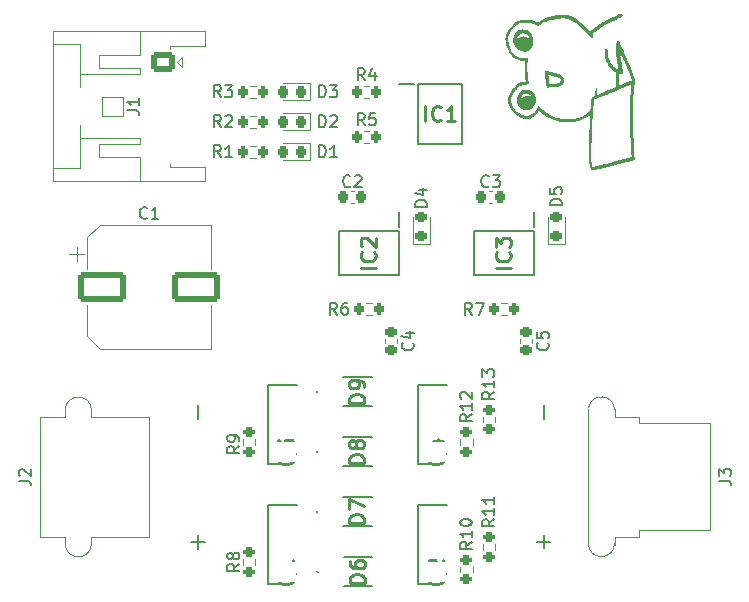
<source format=gto>
%TF.GenerationSoftware,KiCad,Pcbnew,8.0.3*%
%TF.CreationDate,2024-10-02T02:13:24+09:00*%
%TF.ProjectId,AltairMDmini_V1,416c7461-6972-44d4-946d-696e695f5631,rev?*%
%TF.SameCoordinates,Original*%
%TF.FileFunction,Legend,Top*%
%TF.FilePolarity,Positive*%
%FSLAX46Y46*%
G04 Gerber Fmt 4.6, Leading zero omitted, Abs format (unit mm)*
G04 Created by KiCad (PCBNEW 8.0.3) date 2024-10-02 02:13:24*
%MOMM*%
%LPD*%
G01*
G04 APERTURE LIST*
G04 Aperture macros list*
%AMRoundRect*
0 Rectangle with rounded corners*
0 $1 Rounding radius*
0 $2 $3 $4 $5 $6 $7 $8 $9 X,Y pos of 4 corners*
0 Add a 4 corners polygon primitive as box body*
4,1,4,$2,$3,$4,$5,$6,$7,$8,$9,$2,$3,0*
0 Add four circle primitives for the rounded corners*
1,1,$1+$1,$2,$3*
1,1,$1+$1,$4,$5*
1,1,$1+$1,$6,$7*
1,1,$1+$1,$8,$9*
0 Add four rect primitives between the rounded corners*
20,1,$1+$1,$2,$3,$4,$5,0*
20,1,$1+$1,$4,$5,$6,$7,0*
20,1,$1+$1,$6,$7,$8,$9,0*
20,1,$1+$1,$8,$9,$2,$3,0*%
G04 Aperture macros list end*
%ADD10C,0.254000*%
%ADD11C,0.150000*%
%ADD12C,0.200000*%
%ADD13C,0.120000*%
%ADD14C,0.100000*%
%ADD15C,0.000000*%
%ADD16R,1.740000X1.740000*%
%ADD17C,1.740000*%
%ADD18RoundRect,0.200000X-0.275000X0.200000X-0.275000X-0.200000X0.275000X-0.200000X0.275000X0.200000X0*%
%ADD19RoundRect,0.200000X-0.200000X-0.275000X0.200000X-0.275000X0.200000X0.275000X-0.200000X0.275000X0*%
%ADD20C,1.400000*%
%ADD21R,3.500000X3.500000*%
%ADD22C,3.500000*%
%ADD23O,2.000000X2.800000*%
%ADD24RoundRect,0.250000X-0.725000X0.600000X-0.725000X-0.600000X0.725000X-0.600000X0.725000X0.600000X0*%
%ADD25O,1.950000X1.700000*%
%ADD26R,0.650000X1.250000*%
%ADD27R,1.250000X0.650000*%
%ADD28R,1.400000X2.000000*%
%ADD29RoundRect,0.218750X0.256250X-0.218750X0.256250X0.218750X-0.256250X0.218750X-0.256250X-0.218750X0*%
%ADD30RoundRect,0.218750X0.218750X0.256250X-0.218750X0.256250X-0.218750X-0.256250X0.218750X-0.256250X0*%
%ADD31RoundRect,0.225000X-0.250000X0.225000X-0.250000X-0.225000X0.250000X-0.225000X0.250000X0.225000X0*%
%ADD32RoundRect,0.225000X0.225000X0.250000X-0.225000X0.250000X-0.225000X-0.250000X0.225000X-0.250000X0*%
%ADD33RoundRect,0.250000X-1.750000X-1.000000X1.750000X-1.000000X1.750000X1.000000X-1.750000X1.000000X0*%
G04 APERTURE END LIST*
D10*
X140395270Y-104260952D02*
X140334794Y-104381904D01*
X140334794Y-104381904D02*
X140213842Y-104502857D01*
X140213842Y-104502857D02*
X140032413Y-104684285D01*
X140032413Y-104684285D02*
X139971937Y-104805238D01*
X139971937Y-104805238D02*
X139971937Y-104926190D01*
X140274318Y-104865714D02*
X140213842Y-104986666D01*
X140213842Y-104986666D02*
X140092889Y-105107619D01*
X140092889Y-105107619D02*
X139850984Y-105168095D01*
X139850984Y-105168095D02*
X139427651Y-105168095D01*
X139427651Y-105168095D02*
X139185746Y-105107619D01*
X139185746Y-105107619D02*
X139064794Y-104986666D01*
X139064794Y-104986666D02*
X139004318Y-104865714D01*
X139004318Y-104865714D02*
X139004318Y-104623809D01*
X139004318Y-104623809D02*
X139064794Y-104502857D01*
X139064794Y-104502857D02*
X139185746Y-104381904D01*
X139185746Y-104381904D02*
X139427651Y-104321428D01*
X139427651Y-104321428D02*
X139850984Y-104321428D01*
X139850984Y-104321428D02*
X140092889Y-104381904D01*
X140092889Y-104381904D02*
X140213842Y-104502857D01*
X140213842Y-104502857D02*
X140274318Y-104623809D01*
X140274318Y-104623809D02*
X140274318Y-104865714D01*
X139427651Y-103232857D02*
X140274318Y-103232857D01*
X138943842Y-103535238D02*
X139850984Y-103837619D01*
X139850984Y-103837619D02*
X139850984Y-103051428D01*
X127695270Y-104260952D02*
X127634794Y-104381904D01*
X127634794Y-104381904D02*
X127513842Y-104502857D01*
X127513842Y-104502857D02*
X127332413Y-104684285D01*
X127332413Y-104684285D02*
X127271937Y-104805238D01*
X127271937Y-104805238D02*
X127271937Y-104926190D01*
X127574318Y-104865714D02*
X127513842Y-104986666D01*
X127513842Y-104986666D02*
X127392889Y-105107619D01*
X127392889Y-105107619D02*
X127150984Y-105168095D01*
X127150984Y-105168095D02*
X126727651Y-105168095D01*
X126727651Y-105168095D02*
X126485746Y-105107619D01*
X126485746Y-105107619D02*
X126364794Y-104986666D01*
X126364794Y-104986666D02*
X126304318Y-104865714D01*
X126304318Y-104865714D02*
X126304318Y-104623809D01*
X126304318Y-104623809D02*
X126364794Y-104502857D01*
X126364794Y-104502857D02*
X126485746Y-104381904D01*
X126485746Y-104381904D02*
X126727651Y-104321428D01*
X126727651Y-104321428D02*
X127150984Y-104321428D01*
X127150984Y-104321428D02*
X127392889Y-104381904D01*
X127392889Y-104381904D02*
X127513842Y-104502857D01*
X127513842Y-104502857D02*
X127574318Y-104623809D01*
X127574318Y-104623809D02*
X127574318Y-104865714D01*
X126304318Y-103898095D02*
X126304318Y-103111904D01*
X126304318Y-103111904D02*
X126788127Y-103535238D01*
X126788127Y-103535238D02*
X126788127Y-103353809D01*
X126788127Y-103353809D02*
X126848603Y-103232857D01*
X126848603Y-103232857D02*
X126909080Y-103172381D01*
X126909080Y-103172381D02*
X127030032Y-103111904D01*
X127030032Y-103111904D02*
X127332413Y-103111904D01*
X127332413Y-103111904D02*
X127453365Y-103172381D01*
X127453365Y-103172381D02*
X127513842Y-103232857D01*
X127513842Y-103232857D02*
X127574318Y-103353809D01*
X127574318Y-103353809D02*
X127574318Y-103716666D01*
X127574318Y-103716666D02*
X127513842Y-103837619D01*
X127513842Y-103837619D02*
X127453365Y-103898095D01*
X140395270Y-114420952D02*
X140334794Y-114541904D01*
X140334794Y-114541904D02*
X140213842Y-114662857D01*
X140213842Y-114662857D02*
X140032413Y-114844285D01*
X140032413Y-114844285D02*
X139971937Y-114965238D01*
X139971937Y-114965238D02*
X139971937Y-115086190D01*
X140274318Y-115025714D02*
X140213842Y-115146666D01*
X140213842Y-115146666D02*
X140092889Y-115267619D01*
X140092889Y-115267619D02*
X139850984Y-115328095D01*
X139850984Y-115328095D02*
X139427651Y-115328095D01*
X139427651Y-115328095D02*
X139185746Y-115267619D01*
X139185746Y-115267619D02*
X139064794Y-115146666D01*
X139064794Y-115146666D02*
X139004318Y-115025714D01*
X139004318Y-115025714D02*
X139004318Y-114783809D01*
X139004318Y-114783809D02*
X139064794Y-114662857D01*
X139064794Y-114662857D02*
X139185746Y-114541904D01*
X139185746Y-114541904D02*
X139427651Y-114481428D01*
X139427651Y-114481428D02*
X139850984Y-114481428D01*
X139850984Y-114481428D02*
X140092889Y-114541904D01*
X140092889Y-114541904D02*
X140213842Y-114662857D01*
X140213842Y-114662857D02*
X140274318Y-114783809D01*
X140274318Y-114783809D02*
X140274318Y-115025714D01*
X139125270Y-113997619D02*
X139064794Y-113937143D01*
X139064794Y-113937143D02*
X139004318Y-113816190D01*
X139004318Y-113816190D02*
X139004318Y-113513809D01*
X139004318Y-113513809D02*
X139064794Y-113392857D01*
X139064794Y-113392857D02*
X139125270Y-113332381D01*
X139125270Y-113332381D02*
X139246222Y-113271904D01*
X139246222Y-113271904D02*
X139367175Y-113271904D01*
X139367175Y-113271904D02*
X139548603Y-113332381D01*
X139548603Y-113332381D02*
X140274318Y-114058095D01*
X140274318Y-114058095D02*
X140274318Y-113271904D01*
X127695270Y-114420952D02*
X127634794Y-114541904D01*
X127634794Y-114541904D02*
X127513842Y-114662857D01*
X127513842Y-114662857D02*
X127332413Y-114844285D01*
X127332413Y-114844285D02*
X127271937Y-114965238D01*
X127271937Y-114965238D02*
X127271937Y-115086190D01*
X127574318Y-115025714D02*
X127513842Y-115146666D01*
X127513842Y-115146666D02*
X127392889Y-115267619D01*
X127392889Y-115267619D02*
X127150984Y-115328095D01*
X127150984Y-115328095D02*
X126727651Y-115328095D01*
X126727651Y-115328095D02*
X126485746Y-115267619D01*
X126485746Y-115267619D02*
X126364794Y-115146666D01*
X126364794Y-115146666D02*
X126304318Y-115025714D01*
X126304318Y-115025714D02*
X126304318Y-114783809D01*
X126304318Y-114783809D02*
X126364794Y-114662857D01*
X126364794Y-114662857D02*
X126485746Y-114541904D01*
X126485746Y-114541904D02*
X126727651Y-114481428D01*
X126727651Y-114481428D02*
X127150984Y-114481428D01*
X127150984Y-114481428D02*
X127392889Y-114541904D01*
X127392889Y-114541904D02*
X127513842Y-114662857D01*
X127513842Y-114662857D02*
X127574318Y-114783809D01*
X127574318Y-114783809D02*
X127574318Y-115025714D01*
X127574318Y-113271904D02*
X127574318Y-113997619D01*
X127574318Y-113634762D02*
X126304318Y-113634762D01*
X126304318Y-113634762D02*
X126485746Y-113755714D01*
X126485746Y-113755714D02*
X126606699Y-113876666D01*
X126606699Y-113876666D02*
X126667175Y-113997619D01*
D11*
X144599819Y-99067857D02*
X144123628Y-99401190D01*
X144599819Y-99639285D02*
X143599819Y-99639285D01*
X143599819Y-99639285D02*
X143599819Y-99258333D01*
X143599819Y-99258333D02*
X143647438Y-99163095D01*
X143647438Y-99163095D02*
X143695057Y-99115476D01*
X143695057Y-99115476D02*
X143790295Y-99067857D01*
X143790295Y-99067857D02*
X143933152Y-99067857D01*
X143933152Y-99067857D02*
X144028390Y-99115476D01*
X144028390Y-99115476D02*
X144076009Y-99163095D01*
X144076009Y-99163095D02*
X144123628Y-99258333D01*
X144123628Y-99258333D02*
X144123628Y-99639285D01*
X144599819Y-98115476D02*
X144599819Y-98686904D01*
X144599819Y-98401190D02*
X143599819Y-98401190D01*
X143599819Y-98401190D02*
X143742676Y-98496428D01*
X143742676Y-98496428D02*
X143837914Y-98591666D01*
X143837914Y-98591666D02*
X143885533Y-98686904D01*
X143599819Y-97782142D02*
X143599819Y-97163095D01*
X143599819Y-97163095D02*
X143980771Y-97496428D01*
X143980771Y-97496428D02*
X143980771Y-97353571D01*
X143980771Y-97353571D02*
X144028390Y-97258333D01*
X144028390Y-97258333D02*
X144076009Y-97210714D01*
X144076009Y-97210714D02*
X144171247Y-97163095D01*
X144171247Y-97163095D02*
X144409342Y-97163095D01*
X144409342Y-97163095D02*
X144504580Y-97210714D01*
X144504580Y-97210714D02*
X144552200Y-97258333D01*
X144552200Y-97258333D02*
X144599819Y-97353571D01*
X144599819Y-97353571D02*
X144599819Y-97639285D01*
X144599819Y-97639285D02*
X144552200Y-97734523D01*
X144552200Y-97734523D02*
X144504580Y-97782142D01*
X142694819Y-100972857D02*
X142218628Y-101306190D01*
X142694819Y-101544285D02*
X141694819Y-101544285D01*
X141694819Y-101544285D02*
X141694819Y-101163333D01*
X141694819Y-101163333D02*
X141742438Y-101068095D01*
X141742438Y-101068095D02*
X141790057Y-101020476D01*
X141790057Y-101020476D02*
X141885295Y-100972857D01*
X141885295Y-100972857D02*
X142028152Y-100972857D01*
X142028152Y-100972857D02*
X142123390Y-101020476D01*
X142123390Y-101020476D02*
X142171009Y-101068095D01*
X142171009Y-101068095D02*
X142218628Y-101163333D01*
X142218628Y-101163333D02*
X142218628Y-101544285D01*
X142694819Y-100020476D02*
X142694819Y-100591904D01*
X142694819Y-100306190D02*
X141694819Y-100306190D01*
X141694819Y-100306190D02*
X141837676Y-100401428D01*
X141837676Y-100401428D02*
X141932914Y-100496666D01*
X141932914Y-100496666D02*
X141980533Y-100591904D01*
X141790057Y-99639523D02*
X141742438Y-99591904D01*
X141742438Y-99591904D02*
X141694819Y-99496666D01*
X141694819Y-99496666D02*
X141694819Y-99258571D01*
X141694819Y-99258571D02*
X141742438Y-99163333D01*
X141742438Y-99163333D02*
X141790057Y-99115714D01*
X141790057Y-99115714D02*
X141885295Y-99068095D01*
X141885295Y-99068095D02*
X141980533Y-99068095D01*
X141980533Y-99068095D02*
X142123390Y-99115714D01*
X142123390Y-99115714D02*
X142694819Y-99687142D01*
X142694819Y-99687142D02*
X142694819Y-99068095D01*
X144599819Y-109862857D02*
X144123628Y-110196190D01*
X144599819Y-110434285D02*
X143599819Y-110434285D01*
X143599819Y-110434285D02*
X143599819Y-110053333D01*
X143599819Y-110053333D02*
X143647438Y-109958095D01*
X143647438Y-109958095D02*
X143695057Y-109910476D01*
X143695057Y-109910476D02*
X143790295Y-109862857D01*
X143790295Y-109862857D02*
X143933152Y-109862857D01*
X143933152Y-109862857D02*
X144028390Y-109910476D01*
X144028390Y-109910476D02*
X144076009Y-109958095D01*
X144076009Y-109958095D02*
X144123628Y-110053333D01*
X144123628Y-110053333D02*
X144123628Y-110434285D01*
X144599819Y-108910476D02*
X144599819Y-109481904D01*
X144599819Y-109196190D02*
X143599819Y-109196190D01*
X143599819Y-109196190D02*
X143742676Y-109291428D01*
X143742676Y-109291428D02*
X143837914Y-109386666D01*
X143837914Y-109386666D02*
X143885533Y-109481904D01*
X144599819Y-107958095D02*
X144599819Y-108529523D01*
X144599819Y-108243809D02*
X143599819Y-108243809D01*
X143599819Y-108243809D02*
X143742676Y-108339047D01*
X143742676Y-108339047D02*
X143837914Y-108434285D01*
X143837914Y-108434285D02*
X143885533Y-108529523D01*
X142694819Y-111767857D02*
X142218628Y-112101190D01*
X142694819Y-112339285D02*
X141694819Y-112339285D01*
X141694819Y-112339285D02*
X141694819Y-111958333D01*
X141694819Y-111958333D02*
X141742438Y-111863095D01*
X141742438Y-111863095D02*
X141790057Y-111815476D01*
X141790057Y-111815476D02*
X141885295Y-111767857D01*
X141885295Y-111767857D02*
X142028152Y-111767857D01*
X142028152Y-111767857D02*
X142123390Y-111815476D01*
X142123390Y-111815476D02*
X142171009Y-111863095D01*
X142171009Y-111863095D02*
X142218628Y-111958333D01*
X142218628Y-111958333D02*
X142218628Y-112339285D01*
X142694819Y-110815476D02*
X142694819Y-111386904D01*
X142694819Y-111101190D02*
X141694819Y-111101190D01*
X141694819Y-111101190D02*
X141837676Y-111196428D01*
X141837676Y-111196428D02*
X141932914Y-111291666D01*
X141932914Y-111291666D02*
X141980533Y-111386904D01*
X141694819Y-110196428D02*
X141694819Y-110101190D01*
X141694819Y-110101190D02*
X141742438Y-110005952D01*
X141742438Y-110005952D02*
X141790057Y-109958333D01*
X141790057Y-109958333D02*
X141885295Y-109910714D01*
X141885295Y-109910714D02*
X142075771Y-109863095D01*
X142075771Y-109863095D02*
X142313866Y-109863095D01*
X142313866Y-109863095D02*
X142504342Y-109910714D01*
X142504342Y-109910714D02*
X142599580Y-109958333D01*
X142599580Y-109958333D02*
X142647200Y-110005952D01*
X142647200Y-110005952D02*
X142694819Y-110101190D01*
X142694819Y-110101190D02*
X142694819Y-110196428D01*
X142694819Y-110196428D02*
X142647200Y-110291666D01*
X142647200Y-110291666D02*
X142599580Y-110339285D01*
X142599580Y-110339285D02*
X142504342Y-110386904D01*
X142504342Y-110386904D02*
X142313866Y-110434523D01*
X142313866Y-110434523D02*
X142075771Y-110434523D01*
X142075771Y-110434523D02*
X141885295Y-110386904D01*
X141885295Y-110386904D02*
X141790057Y-110339285D01*
X141790057Y-110339285D02*
X141742438Y-110291666D01*
X141742438Y-110291666D02*
X141694819Y-110196428D01*
X123009819Y-103671666D02*
X122533628Y-104004999D01*
X123009819Y-104243094D02*
X122009819Y-104243094D01*
X122009819Y-104243094D02*
X122009819Y-103862142D01*
X122009819Y-103862142D02*
X122057438Y-103766904D01*
X122057438Y-103766904D02*
X122105057Y-103719285D01*
X122105057Y-103719285D02*
X122200295Y-103671666D01*
X122200295Y-103671666D02*
X122343152Y-103671666D01*
X122343152Y-103671666D02*
X122438390Y-103719285D01*
X122438390Y-103719285D02*
X122486009Y-103766904D01*
X122486009Y-103766904D02*
X122533628Y-103862142D01*
X122533628Y-103862142D02*
X122533628Y-104243094D01*
X123009819Y-103195475D02*
X123009819Y-103004999D01*
X123009819Y-103004999D02*
X122962200Y-102909761D01*
X122962200Y-102909761D02*
X122914580Y-102862142D01*
X122914580Y-102862142D02*
X122771723Y-102766904D01*
X122771723Y-102766904D02*
X122581247Y-102719285D01*
X122581247Y-102719285D02*
X122200295Y-102719285D01*
X122200295Y-102719285D02*
X122105057Y-102766904D01*
X122105057Y-102766904D02*
X122057438Y-102814523D01*
X122057438Y-102814523D02*
X122009819Y-102909761D01*
X122009819Y-102909761D02*
X122009819Y-103100237D01*
X122009819Y-103100237D02*
X122057438Y-103195475D01*
X122057438Y-103195475D02*
X122105057Y-103243094D01*
X122105057Y-103243094D02*
X122200295Y-103290713D01*
X122200295Y-103290713D02*
X122438390Y-103290713D01*
X122438390Y-103290713D02*
X122533628Y-103243094D01*
X122533628Y-103243094D02*
X122581247Y-103195475D01*
X122581247Y-103195475D02*
X122628866Y-103100237D01*
X122628866Y-103100237D02*
X122628866Y-102909761D01*
X122628866Y-102909761D02*
X122581247Y-102814523D01*
X122581247Y-102814523D02*
X122533628Y-102766904D01*
X122533628Y-102766904D02*
X122438390Y-102719285D01*
X123009819Y-113641666D02*
X122533628Y-113974999D01*
X123009819Y-114213094D02*
X122009819Y-114213094D01*
X122009819Y-114213094D02*
X122009819Y-113832142D01*
X122009819Y-113832142D02*
X122057438Y-113736904D01*
X122057438Y-113736904D02*
X122105057Y-113689285D01*
X122105057Y-113689285D02*
X122200295Y-113641666D01*
X122200295Y-113641666D02*
X122343152Y-113641666D01*
X122343152Y-113641666D02*
X122438390Y-113689285D01*
X122438390Y-113689285D02*
X122486009Y-113736904D01*
X122486009Y-113736904D02*
X122533628Y-113832142D01*
X122533628Y-113832142D02*
X122533628Y-114213094D01*
X122438390Y-113070237D02*
X122390771Y-113165475D01*
X122390771Y-113165475D02*
X122343152Y-113213094D01*
X122343152Y-113213094D02*
X122247914Y-113260713D01*
X122247914Y-113260713D02*
X122200295Y-113260713D01*
X122200295Y-113260713D02*
X122105057Y-113213094D01*
X122105057Y-113213094D02*
X122057438Y-113165475D01*
X122057438Y-113165475D02*
X122009819Y-113070237D01*
X122009819Y-113070237D02*
X122009819Y-112879761D01*
X122009819Y-112879761D02*
X122057438Y-112784523D01*
X122057438Y-112784523D02*
X122105057Y-112736904D01*
X122105057Y-112736904D02*
X122200295Y-112689285D01*
X122200295Y-112689285D02*
X122247914Y-112689285D01*
X122247914Y-112689285D02*
X122343152Y-112736904D01*
X122343152Y-112736904D02*
X122390771Y-112784523D01*
X122390771Y-112784523D02*
X122438390Y-112879761D01*
X122438390Y-112879761D02*
X122438390Y-113070237D01*
X122438390Y-113070237D02*
X122486009Y-113165475D01*
X122486009Y-113165475D02*
X122533628Y-113213094D01*
X122533628Y-113213094D02*
X122628866Y-113260713D01*
X122628866Y-113260713D02*
X122819342Y-113260713D01*
X122819342Y-113260713D02*
X122914580Y-113213094D01*
X122914580Y-113213094D02*
X122962200Y-113165475D01*
X122962200Y-113165475D02*
X123009819Y-113070237D01*
X123009819Y-113070237D02*
X123009819Y-112879761D01*
X123009819Y-112879761D02*
X122962200Y-112784523D01*
X122962200Y-112784523D02*
X122914580Y-112736904D01*
X122914580Y-112736904D02*
X122819342Y-112689285D01*
X122819342Y-112689285D02*
X122628866Y-112689285D01*
X122628866Y-112689285D02*
X122533628Y-112736904D01*
X122533628Y-112736904D02*
X122486009Y-112784523D01*
X122486009Y-112784523D02*
X122438390Y-112879761D01*
X142708333Y-92529819D02*
X142375000Y-92053628D01*
X142136905Y-92529819D02*
X142136905Y-91529819D01*
X142136905Y-91529819D02*
X142517857Y-91529819D01*
X142517857Y-91529819D02*
X142613095Y-91577438D01*
X142613095Y-91577438D02*
X142660714Y-91625057D01*
X142660714Y-91625057D02*
X142708333Y-91720295D01*
X142708333Y-91720295D02*
X142708333Y-91863152D01*
X142708333Y-91863152D02*
X142660714Y-91958390D01*
X142660714Y-91958390D02*
X142613095Y-92006009D01*
X142613095Y-92006009D02*
X142517857Y-92053628D01*
X142517857Y-92053628D02*
X142136905Y-92053628D01*
X143041667Y-91529819D02*
X143708333Y-91529819D01*
X143708333Y-91529819D02*
X143279762Y-92529819D01*
X131278333Y-92529819D02*
X130945000Y-92053628D01*
X130706905Y-92529819D02*
X130706905Y-91529819D01*
X130706905Y-91529819D02*
X131087857Y-91529819D01*
X131087857Y-91529819D02*
X131183095Y-91577438D01*
X131183095Y-91577438D02*
X131230714Y-91625057D01*
X131230714Y-91625057D02*
X131278333Y-91720295D01*
X131278333Y-91720295D02*
X131278333Y-91863152D01*
X131278333Y-91863152D02*
X131230714Y-91958390D01*
X131230714Y-91958390D02*
X131183095Y-92006009D01*
X131183095Y-92006009D02*
X131087857Y-92053628D01*
X131087857Y-92053628D02*
X130706905Y-92053628D01*
X132135476Y-91529819D02*
X131945000Y-91529819D01*
X131945000Y-91529819D02*
X131849762Y-91577438D01*
X131849762Y-91577438D02*
X131802143Y-91625057D01*
X131802143Y-91625057D02*
X131706905Y-91767914D01*
X131706905Y-91767914D02*
X131659286Y-91958390D01*
X131659286Y-91958390D02*
X131659286Y-92339342D01*
X131659286Y-92339342D02*
X131706905Y-92434580D01*
X131706905Y-92434580D02*
X131754524Y-92482200D01*
X131754524Y-92482200D02*
X131849762Y-92529819D01*
X131849762Y-92529819D02*
X132040238Y-92529819D01*
X132040238Y-92529819D02*
X132135476Y-92482200D01*
X132135476Y-92482200D02*
X132183095Y-92434580D01*
X132183095Y-92434580D02*
X132230714Y-92339342D01*
X132230714Y-92339342D02*
X132230714Y-92101247D01*
X132230714Y-92101247D02*
X132183095Y-92006009D01*
X132183095Y-92006009D02*
X132135476Y-91958390D01*
X132135476Y-91958390D02*
X132040238Y-91910771D01*
X132040238Y-91910771D02*
X131849762Y-91910771D01*
X131849762Y-91910771D02*
X131754524Y-91958390D01*
X131754524Y-91958390D02*
X131706905Y-92006009D01*
X131706905Y-92006009D02*
X131659286Y-92101247D01*
X133628333Y-76494819D02*
X133295000Y-76018628D01*
X133056905Y-76494819D02*
X133056905Y-75494819D01*
X133056905Y-75494819D02*
X133437857Y-75494819D01*
X133437857Y-75494819D02*
X133533095Y-75542438D01*
X133533095Y-75542438D02*
X133580714Y-75590057D01*
X133580714Y-75590057D02*
X133628333Y-75685295D01*
X133628333Y-75685295D02*
X133628333Y-75828152D01*
X133628333Y-75828152D02*
X133580714Y-75923390D01*
X133580714Y-75923390D02*
X133533095Y-75971009D01*
X133533095Y-75971009D02*
X133437857Y-76018628D01*
X133437857Y-76018628D02*
X133056905Y-76018628D01*
X134533095Y-75494819D02*
X134056905Y-75494819D01*
X134056905Y-75494819D02*
X134009286Y-75971009D01*
X134009286Y-75971009D02*
X134056905Y-75923390D01*
X134056905Y-75923390D02*
X134152143Y-75875771D01*
X134152143Y-75875771D02*
X134390238Y-75875771D01*
X134390238Y-75875771D02*
X134485476Y-75923390D01*
X134485476Y-75923390D02*
X134533095Y-75971009D01*
X134533095Y-75971009D02*
X134580714Y-76066247D01*
X134580714Y-76066247D02*
X134580714Y-76304342D01*
X134580714Y-76304342D02*
X134533095Y-76399580D01*
X134533095Y-76399580D02*
X134485476Y-76447200D01*
X134485476Y-76447200D02*
X134390238Y-76494819D01*
X134390238Y-76494819D02*
X134152143Y-76494819D01*
X134152143Y-76494819D02*
X134056905Y-76447200D01*
X134056905Y-76447200D02*
X134009286Y-76399580D01*
X133628333Y-72684819D02*
X133295000Y-72208628D01*
X133056905Y-72684819D02*
X133056905Y-71684819D01*
X133056905Y-71684819D02*
X133437857Y-71684819D01*
X133437857Y-71684819D02*
X133533095Y-71732438D01*
X133533095Y-71732438D02*
X133580714Y-71780057D01*
X133580714Y-71780057D02*
X133628333Y-71875295D01*
X133628333Y-71875295D02*
X133628333Y-72018152D01*
X133628333Y-72018152D02*
X133580714Y-72113390D01*
X133580714Y-72113390D02*
X133533095Y-72161009D01*
X133533095Y-72161009D02*
X133437857Y-72208628D01*
X133437857Y-72208628D02*
X133056905Y-72208628D01*
X134485476Y-72018152D02*
X134485476Y-72684819D01*
X134247381Y-71637200D02*
X134009286Y-72351485D01*
X134009286Y-72351485D02*
X134628333Y-72351485D01*
X121448333Y-74114819D02*
X121115000Y-73638628D01*
X120876905Y-74114819D02*
X120876905Y-73114819D01*
X120876905Y-73114819D02*
X121257857Y-73114819D01*
X121257857Y-73114819D02*
X121353095Y-73162438D01*
X121353095Y-73162438D02*
X121400714Y-73210057D01*
X121400714Y-73210057D02*
X121448333Y-73305295D01*
X121448333Y-73305295D02*
X121448333Y-73448152D01*
X121448333Y-73448152D02*
X121400714Y-73543390D01*
X121400714Y-73543390D02*
X121353095Y-73591009D01*
X121353095Y-73591009D02*
X121257857Y-73638628D01*
X121257857Y-73638628D02*
X120876905Y-73638628D01*
X121781667Y-73114819D02*
X122400714Y-73114819D01*
X122400714Y-73114819D02*
X122067381Y-73495771D01*
X122067381Y-73495771D02*
X122210238Y-73495771D01*
X122210238Y-73495771D02*
X122305476Y-73543390D01*
X122305476Y-73543390D02*
X122353095Y-73591009D01*
X122353095Y-73591009D02*
X122400714Y-73686247D01*
X122400714Y-73686247D02*
X122400714Y-73924342D01*
X122400714Y-73924342D02*
X122353095Y-74019580D01*
X122353095Y-74019580D02*
X122305476Y-74067200D01*
X122305476Y-74067200D02*
X122210238Y-74114819D01*
X122210238Y-74114819D02*
X121924524Y-74114819D01*
X121924524Y-74114819D02*
X121829286Y-74067200D01*
X121829286Y-74067200D02*
X121781667Y-74019580D01*
X121448333Y-76654819D02*
X121115000Y-76178628D01*
X120876905Y-76654819D02*
X120876905Y-75654819D01*
X120876905Y-75654819D02*
X121257857Y-75654819D01*
X121257857Y-75654819D02*
X121353095Y-75702438D01*
X121353095Y-75702438D02*
X121400714Y-75750057D01*
X121400714Y-75750057D02*
X121448333Y-75845295D01*
X121448333Y-75845295D02*
X121448333Y-75988152D01*
X121448333Y-75988152D02*
X121400714Y-76083390D01*
X121400714Y-76083390D02*
X121353095Y-76131009D01*
X121353095Y-76131009D02*
X121257857Y-76178628D01*
X121257857Y-76178628D02*
X120876905Y-76178628D01*
X121829286Y-75750057D02*
X121876905Y-75702438D01*
X121876905Y-75702438D02*
X121972143Y-75654819D01*
X121972143Y-75654819D02*
X122210238Y-75654819D01*
X122210238Y-75654819D02*
X122305476Y-75702438D01*
X122305476Y-75702438D02*
X122353095Y-75750057D01*
X122353095Y-75750057D02*
X122400714Y-75845295D01*
X122400714Y-75845295D02*
X122400714Y-75940533D01*
X122400714Y-75940533D02*
X122353095Y-76083390D01*
X122353095Y-76083390D02*
X121781667Y-76654819D01*
X121781667Y-76654819D02*
X122400714Y-76654819D01*
X121448333Y-79194819D02*
X121115000Y-78718628D01*
X120876905Y-79194819D02*
X120876905Y-78194819D01*
X120876905Y-78194819D02*
X121257857Y-78194819D01*
X121257857Y-78194819D02*
X121353095Y-78242438D01*
X121353095Y-78242438D02*
X121400714Y-78290057D01*
X121400714Y-78290057D02*
X121448333Y-78385295D01*
X121448333Y-78385295D02*
X121448333Y-78528152D01*
X121448333Y-78528152D02*
X121400714Y-78623390D01*
X121400714Y-78623390D02*
X121353095Y-78671009D01*
X121353095Y-78671009D02*
X121257857Y-78718628D01*
X121257857Y-78718628D02*
X120876905Y-78718628D01*
X122400714Y-79194819D02*
X121829286Y-79194819D01*
X122115000Y-79194819D02*
X122115000Y-78194819D01*
X122115000Y-78194819D02*
X122019762Y-78337676D01*
X122019762Y-78337676D02*
X121924524Y-78432914D01*
X121924524Y-78432914D02*
X121829286Y-78480533D01*
X163624819Y-106593333D02*
X164339104Y-106593333D01*
X164339104Y-106593333D02*
X164481961Y-106640952D01*
X164481961Y-106640952D02*
X164577200Y-106736190D01*
X164577200Y-106736190D02*
X164624819Y-106879047D01*
X164624819Y-106879047D02*
X164624819Y-106974285D01*
X163624819Y-106212380D02*
X163624819Y-105593333D01*
X163624819Y-105593333D02*
X164005771Y-105926666D01*
X164005771Y-105926666D02*
X164005771Y-105783809D01*
X164005771Y-105783809D02*
X164053390Y-105688571D01*
X164053390Y-105688571D02*
X164101009Y-105640952D01*
X164101009Y-105640952D02*
X164196247Y-105593333D01*
X164196247Y-105593333D02*
X164434342Y-105593333D01*
X164434342Y-105593333D02*
X164529580Y-105640952D01*
X164529580Y-105640952D02*
X164577200Y-105688571D01*
X164577200Y-105688571D02*
X164624819Y-105783809D01*
X164624819Y-105783809D02*
X164624819Y-106069523D01*
X164624819Y-106069523D02*
X164577200Y-106164761D01*
X164577200Y-106164761D02*
X164529580Y-106212380D01*
X148784700Y-112331428D02*
X148784700Y-111188571D01*
X149356128Y-111759999D02*
X148213271Y-111759999D01*
X148784700Y-101331428D02*
X148784700Y-100188571D01*
X104334819Y-106612321D02*
X105049104Y-106612321D01*
X105049104Y-106612321D02*
X105191961Y-106659940D01*
X105191961Y-106659940D02*
X105287200Y-106755178D01*
X105287200Y-106755178D02*
X105334819Y-106898035D01*
X105334819Y-106898035D02*
X105334819Y-106993273D01*
X104430057Y-106183749D02*
X104382438Y-106136130D01*
X104382438Y-106136130D02*
X104334819Y-106040892D01*
X104334819Y-106040892D02*
X104334819Y-105802797D01*
X104334819Y-105802797D02*
X104382438Y-105707559D01*
X104382438Y-105707559D02*
X104430057Y-105659940D01*
X104430057Y-105659940D02*
X104525295Y-105612321D01*
X104525295Y-105612321D02*
X104620533Y-105612321D01*
X104620533Y-105612321D02*
X104763390Y-105659940D01*
X104763390Y-105659940D02*
X105334819Y-106231368D01*
X105334819Y-106231368D02*
X105334819Y-105612321D01*
X119494700Y-101350416D02*
X119494700Y-100207559D01*
X119494700Y-112350416D02*
X119494700Y-111207559D01*
X120066128Y-111778987D02*
X118923271Y-111778987D01*
X113529819Y-75223333D02*
X114244104Y-75223333D01*
X114244104Y-75223333D02*
X114386961Y-75270952D01*
X114386961Y-75270952D02*
X114482200Y-75366190D01*
X114482200Y-75366190D02*
X114529819Y-75509047D01*
X114529819Y-75509047D02*
X114529819Y-75604285D01*
X114529819Y-74223333D02*
X114529819Y-74794761D01*
X114529819Y-74509047D02*
X113529819Y-74509047D01*
X113529819Y-74509047D02*
X113672676Y-74604285D01*
X113672676Y-74604285D02*
X113767914Y-74699523D01*
X113767914Y-74699523D02*
X113815533Y-74794761D01*
D10*
X145989318Y-88559762D02*
X144719318Y-88559762D01*
X145868365Y-87229285D02*
X145928842Y-87289761D01*
X145928842Y-87289761D02*
X145989318Y-87471190D01*
X145989318Y-87471190D02*
X145989318Y-87592142D01*
X145989318Y-87592142D02*
X145928842Y-87773571D01*
X145928842Y-87773571D02*
X145807889Y-87894523D01*
X145807889Y-87894523D02*
X145686937Y-87955000D01*
X145686937Y-87955000D02*
X145445032Y-88015476D01*
X145445032Y-88015476D02*
X145263603Y-88015476D01*
X145263603Y-88015476D02*
X145021699Y-87955000D01*
X145021699Y-87955000D02*
X144900746Y-87894523D01*
X144900746Y-87894523D02*
X144779794Y-87773571D01*
X144779794Y-87773571D02*
X144719318Y-87592142D01*
X144719318Y-87592142D02*
X144719318Y-87471190D01*
X144719318Y-87471190D02*
X144779794Y-87289761D01*
X144779794Y-87289761D02*
X144840270Y-87229285D01*
X144719318Y-86805952D02*
X144719318Y-86019761D01*
X144719318Y-86019761D02*
X145203127Y-86443095D01*
X145203127Y-86443095D02*
X145203127Y-86261666D01*
X145203127Y-86261666D02*
X145263603Y-86140714D01*
X145263603Y-86140714D02*
X145324080Y-86080238D01*
X145324080Y-86080238D02*
X145445032Y-86019761D01*
X145445032Y-86019761D02*
X145747413Y-86019761D01*
X145747413Y-86019761D02*
X145868365Y-86080238D01*
X145868365Y-86080238D02*
X145928842Y-86140714D01*
X145928842Y-86140714D02*
X145989318Y-86261666D01*
X145989318Y-86261666D02*
X145989318Y-86624523D01*
X145989318Y-86624523D02*
X145928842Y-86745476D01*
X145928842Y-86745476D02*
X145868365Y-86805952D01*
X134559318Y-88559762D02*
X133289318Y-88559762D01*
X134438365Y-87229285D02*
X134498842Y-87289761D01*
X134498842Y-87289761D02*
X134559318Y-87471190D01*
X134559318Y-87471190D02*
X134559318Y-87592142D01*
X134559318Y-87592142D02*
X134498842Y-87773571D01*
X134498842Y-87773571D02*
X134377889Y-87894523D01*
X134377889Y-87894523D02*
X134256937Y-87955000D01*
X134256937Y-87955000D02*
X134015032Y-88015476D01*
X134015032Y-88015476D02*
X133833603Y-88015476D01*
X133833603Y-88015476D02*
X133591699Y-87955000D01*
X133591699Y-87955000D02*
X133470746Y-87894523D01*
X133470746Y-87894523D02*
X133349794Y-87773571D01*
X133349794Y-87773571D02*
X133289318Y-87592142D01*
X133289318Y-87592142D02*
X133289318Y-87471190D01*
X133289318Y-87471190D02*
X133349794Y-87289761D01*
X133349794Y-87289761D02*
X133410270Y-87229285D01*
X133410270Y-86745476D02*
X133349794Y-86685000D01*
X133349794Y-86685000D02*
X133289318Y-86564047D01*
X133289318Y-86564047D02*
X133289318Y-86261666D01*
X133289318Y-86261666D02*
X133349794Y-86140714D01*
X133349794Y-86140714D02*
X133410270Y-86080238D01*
X133410270Y-86080238D02*
X133531222Y-86019761D01*
X133531222Y-86019761D02*
X133652175Y-86019761D01*
X133652175Y-86019761D02*
X133833603Y-86080238D01*
X133833603Y-86080238D02*
X134559318Y-86805952D01*
X134559318Y-86805952D02*
X134559318Y-86019761D01*
X138770237Y-76139318D02*
X138770237Y-74869318D01*
X140100714Y-76018365D02*
X140040238Y-76078842D01*
X140040238Y-76078842D02*
X139858809Y-76139318D01*
X139858809Y-76139318D02*
X139737857Y-76139318D01*
X139737857Y-76139318D02*
X139556428Y-76078842D01*
X139556428Y-76078842D02*
X139435476Y-75957889D01*
X139435476Y-75957889D02*
X139374999Y-75836937D01*
X139374999Y-75836937D02*
X139314523Y-75595032D01*
X139314523Y-75595032D02*
X139314523Y-75413603D01*
X139314523Y-75413603D02*
X139374999Y-75171699D01*
X139374999Y-75171699D02*
X139435476Y-75050746D01*
X139435476Y-75050746D02*
X139556428Y-74929794D01*
X139556428Y-74929794D02*
X139737857Y-74869318D01*
X139737857Y-74869318D02*
X139858809Y-74869318D01*
X139858809Y-74869318D02*
X140040238Y-74929794D01*
X140040238Y-74929794D02*
X140100714Y-74990270D01*
X141310238Y-76139318D02*
X140584523Y-76139318D01*
X140947380Y-76139318D02*
X140947380Y-74869318D01*
X140947380Y-74869318D02*
X140826428Y-75050746D01*
X140826428Y-75050746D02*
X140705476Y-75171699D01*
X140705476Y-75171699D02*
X140584523Y-75232175D01*
X133586692Y-99997381D02*
X132316692Y-99997381D01*
X132316692Y-99997381D02*
X132316692Y-99695000D01*
X132316692Y-99695000D02*
X132377168Y-99513571D01*
X132377168Y-99513571D02*
X132498120Y-99392619D01*
X132498120Y-99392619D02*
X132619073Y-99332142D01*
X132619073Y-99332142D02*
X132860977Y-99271666D01*
X132860977Y-99271666D02*
X133042406Y-99271666D01*
X133042406Y-99271666D02*
X133284311Y-99332142D01*
X133284311Y-99332142D02*
X133405263Y-99392619D01*
X133405263Y-99392619D02*
X133526216Y-99513571D01*
X133526216Y-99513571D02*
X133586692Y-99695000D01*
X133586692Y-99695000D02*
X133586692Y-99997381D01*
X133586692Y-98666904D02*
X133586692Y-98425000D01*
X133586692Y-98425000D02*
X133526216Y-98304047D01*
X133526216Y-98304047D02*
X133465739Y-98243571D01*
X133465739Y-98243571D02*
X133284311Y-98122619D01*
X133284311Y-98122619D02*
X133042406Y-98062142D01*
X133042406Y-98062142D02*
X132558596Y-98062142D01*
X132558596Y-98062142D02*
X132437644Y-98122619D01*
X132437644Y-98122619D02*
X132377168Y-98183095D01*
X132377168Y-98183095D02*
X132316692Y-98304047D01*
X132316692Y-98304047D02*
X132316692Y-98545952D01*
X132316692Y-98545952D02*
X132377168Y-98666904D01*
X132377168Y-98666904D02*
X132437644Y-98727381D01*
X132437644Y-98727381D02*
X132558596Y-98787857D01*
X132558596Y-98787857D02*
X132860977Y-98787857D01*
X132860977Y-98787857D02*
X132981930Y-98727381D01*
X132981930Y-98727381D02*
X133042406Y-98666904D01*
X133042406Y-98666904D02*
X133102882Y-98545952D01*
X133102882Y-98545952D02*
X133102882Y-98304047D01*
X133102882Y-98304047D02*
X133042406Y-98183095D01*
X133042406Y-98183095D02*
X132981930Y-98122619D01*
X132981930Y-98122619D02*
X132860977Y-98062142D01*
X133584318Y-105077381D02*
X132314318Y-105077381D01*
X132314318Y-105077381D02*
X132314318Y-104775000D01*
X132314318Y-104775000D02*
X132374794Y-104593571D01*
X132374794Y-104593571D02*
X132495746Y-104472619D01*
X132495746Y-104472619D02*
X132616699Y-104412142D01*
X132616699Y-104412142D02*
X132858603Y-104351666D01*
X132858603Y-104351666D02*
X133040032Y-104351666D01*
X133040032Y-104351666D02*
X133281937Y-104412142D01*
X133281937Y-104412142D02*
X133402889Y-104472619D01*
X133402889Y-104472619D02*
X133523842Y-104593571D01*
X133523842Y-104593571D02*
X133584318Y-104775000D01*
X133584318Y-104775000D02*
X133584318Y-105077381D01*
X132858603Y-103625952D02*
X132798127Y-103746904D01*
X132798127Y-103746904D02*
X132737651Y-103807381D01*
X132737651Y-103807381D02*
X132616699Y-103867857D01*
X132616699Y-103867857D02*
X132556222Y-103867857D01*
X132556222Y-103867857D02*
X132435270Y-103807381D01*
X132435270Y-103807381D02*
X132374794Y-103746904D01*
X132374794Y-103746904D02*
X132314318Y-103625952D01*
X132314318Y-103625952D02*
X132314318Y-103384047D01*
X132314318Y-103384047D02*
X132374794Y-103263095D01*
X132374794Y-103263095D02*
X132435270Y-103202619D01*
X132435270Y-103202619D02*
X132556222Y-103142142D01*
X132556222Y-103142142D02*
X132616699Y-103142142D01*
X132616699Y-103142142D02*
X132737651Y-103202619D01*
X132737651Y-103202619D02*
X132798127Y-103263095D01*
X132798127Y-103263095D02*
X132858603Y-103384047D01*
X132858603Y-103384047D02*
X132858603Y-103625952D01*
X132858603Y-103625952D02*
X132919080Y-103746904D01*
X132919080Y-103746904D02*
X132979556Y-103807381D01*
X132979556Y-103807381D02*
X133100508Y-103867857D01*
X133100508Y-103867857D02*
X133342413Y-103867857D01*
X133342413Y-103867857D02*
X133463365Y-103807381D01*
X133463365Y-103807381D02*
X133523842Y-103746904D01*
X133523842Y-103746904D02*
X133584318Y-103625952D01*
X133584318Y-103625952D02*
X133584318Y-103384047D01*
X133584318Y-103384047D02*
X133523842Y-103263095D01*
X133523842Y-103263095D02*
X133463365Y-103202619D01*
X133463365Y-103202619D02*
X133342413Y-103142142D01*
X133342413Y-103142142D02*
X133100508Y-103142142D01*
X133100508Y-103142142D02*
X132979556Y-103202619D01*
X132979556Y-103202619D02*
X132919080Y-103263095D01*
X132919080Y-103263095D02*
X132858603Y-103384047D01*
X133584318Y-110157381D02*
X132314318Y-110157381D01*
X132314318Y-110157381D02*
X132314318Y-109855000D01*
X132314318Y-109855000D02*
X132374794Y-109673571D01*
X132374794Y-109673571D02*
X132495746Y-109552619D01*
X132495746Y-109552619D02*
X132616699Y-109492142D01*
X132616699Y-109492142D02*
X132858603Y-109431666D01*
X132858603Y-109431666D02*
X133040032Y-109431666D01*
X133040032Y-109431666D02*
X133281937Y-109492142D01*
X133281937Y-109492142D02*
X133402889Y-109552619D01*
X133402889Y-109552619D02*
X133523842Y-109673571D01*
X133523842Y-109673571D02*
X133584318Y-109855000D01*
X133584318Y-109855000D02*
X133584318Y-110157381D01*
X132314318Y-109008333D02*
X132314318Y-108161666D01*
X132314318Y-108161666D02*
X133584318Y-108705952D01*
X133629318Y-115237381D02*
X132359318Y-115237381D01*
X132359318Y-115237381D02*
X132359318Y-114935000D01*
X132359318Y-114935000D02*
X132419794Y-114753571D01*
X132419794Y-114753571D02*
X132540746Y-114632619D01*
X132540746Y-114632619D02*
X132661699Y-114572142D01*
X132661699Y-114572142D02*
X132903603Y-114511666D01*
X132903603Y-114511666D02*
X133085032Y-114511666D01*
X133085032Y-114511666D02*
X133326937Y-114572142D01*
X133326937Y-114572142D02*
X133447889Y-114632619D01*
X133447889Y-114632619D02*
X133568842Y-114753571D01*
X133568842Y-114753571D02*
X133629318Y-114935000D01*
X133629318Y-114935000D02*
X133629318Y-115237381D01*
X132359318Y-113423095D02*
X132359318Y-113665000D01*
X132359318Y-113665000D02*
X132419794Y-113785952D01*
X132419794Y-113785952D02*
X132480270Y-113846428D01*
X132480270Y-113846428D02*
X132661699Y-113967381D01*
X132661699Y-113967381D02*
X132903603Y-114027857D01*
X132903603Y-114027857D02*
X133387413Y-114027857D01*
X133387413Y-114027857D02*
X133508365Y-113967381D01*
X133508365Y-113967381D02*
X133568842Y-113906904D01*
X133568842Y-113906904D02*
X133629318Y-113785952D01*
X133629318Y-113785952D02*
X133629318Y-113544047D01*
X133629318Y-113544047D02*
X133568842Y-113423095D01*
X133568842Y-113423095D02*
X133508365Y-113362619D01*
X133508365Y-113362619D02*
X133387413Y-113302142D01*
X133387413Y-113302142D02*
X133085032Y-113302142D01*
X133085032Y-113302142D02*
X132964080Y-113362619D01*
X132964080Y-113362619D02*
X132903603Y-113423095D01*
X132903603Y-113423095D02*
X132843127Y-113544047D01*
X132843127Y-113544047D02*
X132843127Y-113785952D01*
X132843127Y-113785952D02*
X132903603Y-113906904D01*
X132903603Y-113906904D02*
X132964080Y-113967381D01*
X132964080Y-113967381D02*
X133085032Y-114027857D01*
D11*
X150314819Y-83288094D02*
X149314819Y-83288094D01*
X149314819Y-83288094D02*
X149314819Y-83049999D01*
X149314819Y-83049999D02*
X149362438Y-82907142D01*
X149362438Y-82907142D02*
X149457676Y-82811904D01*
X149457676Y-82811904D02*
X149552914Y-82764285D01*
X149552914Y-82764285D02*
X149743390Y-82716666D01*
X149743390Y-82716666D02*
X149886247Y-82716666D01*
X149886247Y-82716666D02*
X150076723Y-82764285D01*
X150076723Y-82764285D02*
X150171961Y-82811904D01*
X150171961Y-82811904D02*
X150267200Y-82907142D01*
X150267200Y-82907142D02*
X150314819Y-83049999D01*
X150314819Y-83049999D02*
X150314819Y-83288094D01*
X149314819Y-81811904D02*
X149314819Y-82288094D01*
X149314819Y-82288094D02*
X149791009Y-82335713D01*
X149791009Y-82335713D02*
X149743390Y-82288094D01*
X149743390Y-82288094D02*
X149695771Y-82192856D01*
X149695771Y-82192856D02*
X149695771Y-81954761D01*
X149695771Y-81954761D02*
X149743390Y-81859523D01*
X149743390Y-81859523D02*
X149791009Y-81811904D01*
X149791009Y-81811904D02*
X149886247Y-81764285D01*
X149886247Y-81764285D02*
X150124342Y-81764285D01*
X150124342Y-81764285D02*
X150219580Y-81811904D01*
X150219580Y-81811904D02*
X150267200Y-81859523D01*
X150267200Y-81859523D02*
X150314819Y-81954761D01*
X150314819Y-81954761D02*
X150314819Y-82192856D01*
X150314819Y-82192856D02*
X150267200Y-82288094D01*
X150267200Y-82288094D02*
X150219580Y-82335713D01*
X138898307Y-83395032D02*
X137898307Y-83395032D01*
X137898307Y-83395032D02*
X137898307Y-83156937D01*
X137898307Y-83156937D02*
X137945926Y-83014080D01*
X137945926Y-83014080D02*
X138041164Y-82918842D01*
X138041164Y-82918842D02*
X138136402Y-82871223D01*
X138136402Y-82871223D02*
X138326878Y-82823604D01*
X138326878Y-82823604D02*
X138469735Y-82823604D01*
X138469735Y-82823604D02*
X138660211Y-82871223D01*
X138660211Y-82871223D02*
X138755449Y-82918842D01*
X138755449Y-82918842D02*
X138850688Y-83014080D01*
X138850688Y-83014080D02*
X138898307Y-83156937D01*
X138898307Y-83156937D02*
X138898307Y-83395032D01*
X138231640Y-81966461D02*
X138898307Y-81966461D01*
X137850688Y-82204556D02*
X138564973Y-82442651D01*
X138564973Y-82442651D02*
X138564973Y-81823604D01*
X129766905Y-74114819D02*
X129766905Y-73114819D01*
X129766905Y-73114819D02*
X130005000Y-73114819D01*
X130005000Y-73114819D02*
X130147857Y-73162438D01*
X130147857Y-73162438D02*
X130243095Y-73257676D01*
X130243095Y-73257676D02*
X130290714Y-73352914D01*
X130290714Y-73352914D02*
X130338333Y-73543390D01*
X130338333Y-73543390D02*
X130338333Y-73686247D01*
X130338333Y-73686247D02*
X130290714Y-73876723D01*
X130290714Y-73876723D02*
X130243095Y-73971961D01*
X130243095Y-73971961D02*
X130147857Y-74067200D01*
X130147857Y-74067200D02*
X130005000Y-74114819D01*
X130005000Y-74114819D02*
X129766905Y-74114819D01*
X130671667Y-73114819D02*
X131290714Y-73114819D01*
X131290714Y-73114819D02*
X130957381Y-73495771D01*
X130957381Y-73495771D02*
X131100238Y-73495771D01*
X131100238Y-73495771D02*
X131195476Y-73543390D01*
X131195476Y-73543390D02*
X131243095Y-73591009D01*
X131243095Y-73591009D02*
X131290714Y-73686247D01*
X131290714Y-73686247D02*
X131290714Y-73924342D01*
X131290714Y-73924342D02*
X131243095Y-74019580D01*
X131243095Y-74019580D02*
X131195476Y-74067200D01*
X131195476Y-74067200D02*
X131100238Y-74114819D01*
X131100238Y-74114819D02*
X130814524Y-74114819D01*
X130814524Y-74114819D02*
X130719286Y-74067200D01*
X130719286Y-74067200D02*
X130671667Y-74019580D01*
X129766905Y-76654819D02*
X129766905Y-75654819D01*
X129766905Y-75654819D02*
X130005000Y-75654819D01*
X130005000Y-75654819D02*
X130147857Y-75702438D01*
X130147857Y-75702438D02*
X130243095Y-75797676D01*
X130243095Y-75797676D02*
X130290714Y-75892914D01*
X130290714Y-75892914D02*
X130338333Y-76083390D01*
X130338333Y-76083390D02*
X130338333Y-76226247D01*
X130338333Y-76226247D02*
X130290714Y-76416723D01*
X130290714Y-76416723D02*
X130243095Y-76511961D01*
X130243095Y-76511961D02*
X130147857Y-76607200D01*
X130147857Y-76607200D02*
X130005000Y-76654819D01*
X130005000Y-76654819D02*
X129766905Y-76654819D01*
X130719286Y-75750057D02*
X130766905Y-75702438D01*
X130766905Y-75702438D02*
X130862143Y-75654819D01*
X130862143Y-75654819D02*
X131100238Y-75654819D01*
X131100238Y-75654819D02*
X131195476Y-75702438D01*
X131195476Y-75702438D02*
X131243095Y-75750057D01*
X131243095Y-75750057D02*
X131290714Y-75845295D01*
X131290714Y-75845295D02*
X131290714Y-75940533D01*
X131290714Y-75940533D02*
X131243095Y-76083390D01*
X131243095Y-76083390D02*
X130671667Y-76654819D01*
X130671667Y-76654819D02*
X131290714Y-76654819D01*
X129766905Y-79194819D02*
X129766905Y-78194819D01*
X129766905Y-78194819D02*
X130005000Y-78194819D01*
X130005000Y-78194819D02*
X130147857Y-78242438D01*
X130147857Y-78242438D02*
X130243095Y-78337676D01*
X130243095Y-78337676D02*
X130290714Y-78432914D01*
X130290714Y-78432914D02*
X130338333Y-78623390D01*
X130338333Y-78623390D02*
X130338333Y-78766247D01*
X130338333Y-78766247D02*
X130290714Y-78956723D01*
X130290714Y-78956723D02*
X130243095Y-79051961D01*
X130243095Y-79051961D02*
X130147857Y-79147200D01*
X130147857Y-79147200D02*
X130005000Y-79194819D01*
X130005000Y-79194819D02*
X129766905Y-79194819D01*
X131290714Y-79194819D02*
X130719286Y-79194819D01*
X131005000Y-79194819D02*
X131005000Y-78194819D01*
X131005000Y-78194819D02*
X130909762Y-78337676D01*
X130909762Y-78337676D02*
X130814524Y-78432914D01*
X130814524Y-78432914D02*
X130719286Y-78480533D01*
X149109580Y-94921666D02*
X149157200Y-94969285D01*
X149157200Y-94969285D02*
X149204819Y-95112142D01*
X149204819Y-95112142D02*
X149204819Y-95207380D01*
X149204819Y-95207380D02*
X149157200Y-95350237D01*
X149157200Y-95350237D02*
X149061961Y-95445475D01*
X149061961Y-95445475D02*
X148966723Y-95493094D01*
X148966723Y-95493094D02*
X148776247Y-95540713D01*
X148776247Y-95540713D02*
X148633390Y-95540713D01*
X148633390Y-95540713D02*
X148442914Y-95493094D01*
X148442914Y-95493094D02*
X148347676Y-95445475D01*
X148347676Y-95445475D02*
X148252438Y-95350237D01*
X148252438Y-95350237D02*
X148204819Y-95207380D01*
X148204819Y-95207380D02*
X148204819Y-95112142D01*
X148204819Y-95112142D02*
X148252438Y-94969285D01*
X148252438Y-94969285D02*
X148300057Y-94921666D01*
X148204819Y-94016904D02*
X148204819Y-94493094D01*
X148204819Y-94493094D02*
X148681009Y-94540713D01*
X148681009Y-94540713D02*
X148633390Y-94493094D01*
X148633390Y-94493094D02*
X148585771Y-94397856D01*
X148585771Y-94397856D02*
X148585771Y-94159761D01*
X148585771Y-94159761D02*
X148633390Y-94064523D01*
X148633390Y-94064523D02*
X148681009Y-94016904D01*
X148681009Y-94016904D02*
X148776247Y-93969285D01*
X148776247Y-93969285D02*
X149014342Y-93969285D01*
X149014342Y-93969285D02*
X149109580Y-94016904D01*
X149109580Y-94016904D02*
X149157200Y-94064523D01*
X149157200Y-94064523D02*
X149204819Y-94159761D01*
X149204819Y-94159761D02*
X149204819Y-94397856D01*
X149204819Y-94397856D02*
X149157200Y-94493094D01*
X149157200Y-94493094D02*
X149109580Y-94540713D01*
X137679580Y-94921666D02*
X137727200Y-94969285D01*
X137727200Y-94969285D02*
X137774819Y-95112142D01*
X137774819Y-95112142D02*
X137774819Y-95207380D01*
X137774819Y-95207380D02*
X137727200Y-95350237D01*
X137727200Y-95350237D02*
X137631961Y-95445475D01*
X137631961Y-95445475D02*
X137536723Y-95493094D01*
X137536723Y-95493094D02*
X137346247Y-95540713D01*
X137346247Y-95540713D02*
X137203390Y-95540713D01*
X137203390Y-95540713D02*
X137012914Y-95493094D01*
X137012914Y-95493094D02*
X136917676Y-95445475D01*
X136917676Y-95445475D02*
X136822438Y-95350237D01*
X136822438Y-95350237D02*
X136774819Y-95207380D01*
X136774819Y-95207380D02*
X136774819Y-95112142D01*
X136774819Y-95112142D02*
X136822438Y-94969285D01*
X136822438Y-94969285D02*
X136870057Y-94921666D01*
X137108152Y-94064523D02*
X137774819Y-94064523D01*
X136727200Y-94302618D02*
X137441485Y-94540713D01*
X137441485Y-94540713D02*
X137441485Y-93921666D01*
X144118333Y-81639580D02*
X144070714Y-81687200D01*
X144070714Y-81687200D02*
X143927857Y-81734819D01*
X143927857Y-81734819D02*
X143832619Y-81734819D01*
X143832619Y-81734819D02*
X143689762Y-81687200D01*
X143689762Y-81687200D02*
X143594524Y-81591961D01*
X143594524Y-81591961D02*
X143546905Y-81496723D01*
X143546905Y-81496723D02*
X143499286Y-81306247D01*
X143499286Y-81306247D02*
X143499286Y-81163390D01*
X143499286Y-81163390D02*
X143546905Y-80972914D01*
X143546905Y-80972914D02*
X143594524Y-80877676D01*
X143594524Y-80877676D02*
X143689762Y-80782438D01*
X143689762Y-80782438D02*
X143832619Y-80734819D01*
X143832619Y-80734819D02*
X143927857Y-80734819D01*
X143927857Y-80734819D02*
X144070714Y-80782438D01*
X144070714Y-80782438D02*
X144118333Y-80830057D01*
X144451667Y-80734819D02*
X145070714Y-80734819D01*
X145070714Y-80734819D02*
X144737381Y-81115771D01*
X144737381Y-81115771D02*
X144880238Y-81115771D01*
X144880238Y-81115771D02*
X144975476Y-81163390D01*
X144975476Y-81163390D02*
X145023095Y-81211009D01*
X145023095Y-81211009D02*
X145070714Y-81306247D01*
X145070714Y-81306247D02*
X145070714Y-81544342D01*
X145070714Y-81544342D02*
X145023095Y-81639580D01*
X145023095Y-81639580D02*
X144975476Y-81687200D01*
X144975476Y-81687200D02*
X144880238Y-81734819D01*
X144880238Y-81734819D02*
X144594524Y-81734819D01*
X144594524Y-81734819D02*
X144499286Y-81687200D01*
X144499286Y-81687200D02*
X144451667Y-81639580D01*
X132408333Y-81639580D02*
X132360714Y-81687200D01*
X132360714Y-81687200D02*
X132217857Y-81734819D01*
X132217857Y-81734819D02*
X132122619Y-81734819D01*
X132122619Y-81734819D02*
X131979762Y-81687200D01*
X131979762Y-81687200D02*
X131884524Y-81591961D01*
X131884524Y-81591961D02*
X131836905Y-81496723D01*
X131836905Y-81496723D02*
X131789286Y-81306247D01*
X131789286Y-81306247D02*
X131789286Y-81163390D01*
X131789286Y-81163390D02*
X131836905Y-80972914D01*
X131836905Y-80972914D02*
X131884524Y-80877676D01*
X131884524Y-80877676D02*
X131979762Y-80782438D01*
X131979762Y-80782438D02*
X132122619Y-80734819D01*
X132122619Y-80734819D02*
X132217857Y-80734819D01*
X132217857Y-80734819D02*
X132360714Y-80782438D01*
X132360714Y-80782438D02*
X132408333Y-80830057D01*
X132789286Y-80830057D02*
X132836905Y-80782438D01*
X132836905Y-80782438D02*
X132932143Y-80734819D01*
X132932143Y-80734819D02*
X133170238Y-80734819D01*
X133170238Y-80734819D02*
X133265476Y-80782438D01*
X133265476Y-80782438D02*
X133313095Y-80830057D01*
X133313095Y-80830057D02*
X133360714Y-80925295D01*
X133360714Y-80925295D02*
X133360714Y-81020533D01*
X133360714Y-81020533D02*
X133313095Y-81163390D01*
X133313095Y-81163390D02*
X132741667Y-81734819D01*
X132741667Y-81734819D02*
X133360714Y-81734819D01*
X115213333Y-84329580D02*
X115165714Y-84377200D01*
X115165714Y-84377200D02*
X115022857Y-84424819D01*
X115022857Y-84424819D02*
X114927619Y-84424819D01*
X114927619Y-84424819D02*
X114784762Y-84377200D01*
X114784762Y-84377200D02*
X114689524Y-84281961D01*
X114689524Y-84281961D02*
X114641905Y-84186723D01*
X114641905Y-84186723D02*
X114594286Y-83996247D01*
X114594286Y-83996247D02*
X114594286Y-83853390D01*
X114594286Y-83853390D02*
X114641905Y-83662914D01*
X114641905Y-83662914D02*
X114689524Y-83567676D01*
X114689524Y-83567676D02*
X114784762Y-83472438D01*
X114784762Y-83472438D02*
X114927619Y-83424819D01*
X114927619Y-83424819D02*
X115022857Y-83424819D01*
X115022857Y-83424819D02*
X115165714Y-83472438D01*
X115165714Y-83472438D02*
X115213333Y-83520057D01*
X116165714Y-84424819D02*
X115594286Y-84424819D01*
X115880000Y-84424819D02*
X115880000Y-83424819D01*
X115880000Y-83424819D02*
X115784762Y-83567676D01*
X115784762Y-83567676D02*
X115689524Y-83662914D01*
X115689524Y-83662914D02*
X115594286Y-83710533D01*
D12*
%TO.C,Q4*%
X140600000Y-98490000D02*
X138100000Y-98490000D01*
X138100000Y-98490000D02*
X138100000Y-105190000D01*
X138100000Y-105190000D02*
X139700000Y-105190000D01*
%TO.C,Q3*%
X127900000Y-98490000D02*
X125400000Y-98490000D01*
X125400000Y-98490000D02*
X125400000Y-105190000D01*
X125400000Y-105190000D02*
X127000000Y-105190000D01*
%TO.C,Q2*%
X140600000Y-108650000D02*
X138100000Y-108650000D01*
X138100000Y-108650000D02*
X138100000Y-115350000D01*
X138100000Y-115350000D02*
X139700000Y-115350000D01*
%TO.C,Q1*%
X127900000Y-108650000D02*
X125400000Y-108650000D01*
X125400000Y-108650000D02*
X125400000Y-115350000D01*
X125400000Y-115350000D02*
X127000000Y-115350000D01*
D13*
%TO.C,R13*%
X144667500Y-101172742D02*
X144667500Y-101647258D01*
X143622500Y-101172742D02*
X143622500Y-101647258D01*
%TO.C,R12*%
X142762500Y-103077742D02*
X142762500Y-103552258D01*
X141717500Y-103077742D02*
X141717500Y-103552258D01*
%TO.C,R11*%
X144667500Y-111967742D02*
X144667500Y-112442258D01*
X143622500Y-111967742D02*
X143622500Y-112442258D01*
%TO.C,R10*%
X142762500Y-113872742D02*
X142762500Y-114347258D01*
X141717500Y-113872742D02*
X141717500Y-114347258D01*
%TO.C,R9*%
X124347500Y-103077742D02*
X124347500Y-103552258D01*
X123302500Y-103077742D02*
X123302500Y-103552258D01*
%TO.C,R8*%
X124347500Y-113237742D02*
X124347500Y-113712258D01*
X123302500Y-113237742D02*
X123302500Y-113712258D01*
%TO.C,R7*%
X145177742Y-91552500D02*
X145652258Y-91552500D01*
X145177742Y-92597500D02*
X145652258Y-92597500D01*
%TO.C,R6*%
X133747742Y-91552500D02*
X134222258Y-91552500D01*
X133747742Y-92597500D02*
X134222258Y-92597500D01*
%TO.C,R5*%
X133557742Y-76947500D02*
X134032258Y-76947500D01*
X133557742Y-77992500D02*
X134032258Y-77992500D01*
%TO.C,R4*%
X133557742Y-73137500D02*
X134032258Y-73137500D01*
X133557742Y-74182500D02*
X134032258Y-74182500D01*
%TO.C,R3*%
X123940360Y-73137500D02*
X124414876Y-73137500D01*
X123940360Y-74182500D02*
X124414876Y-74182500D01*
%TO.C,R2*%
X123917742Y-75677500D02*
X124392258Y-75677500D01*
X123917742Y-76722500D02*
X124392258Y-76722500D01*
%TO.C,R1*%
X123917742Y-78217500D02*
X124392258Y-78217500D01*
X123917742Y-79262500D02*
X124392258Y-79262500D01*
%TO.C,J3*%
X154780000Y-100500000D02*
X154780000Y-101200000D01*
X152560000Y-100500000D02*
X152560000Y-112020000D01*
X156830000Y-101200000D02*
X154780000Y-101200000D01*
X156830000Y-101200000D02*
X156830000Y-101730000D01*
X162830000Y-101730000D02*
X156830000Y-101730000D01*
X162830000Y-101730000D02*
X162830000Y-110760000D01*
X162830000Y-110790000D02*
X156830000Y-110790000D01*
X156830000Y-110790000D02*
X156830000Y-111320000D01*
X156830000Y-111320000D02*
X154780000Y-111320000D01*
X154780000Y-111320000D02*
X154780000Y-112020000D01*
X152573365Y-100438271D02*
G75*
G02*
X154780000Y-100610000I1096635J-171730D01*
G01*
X154780000Y-111910000D02*
G75*
G02*
X152560000Y-111910000I-1110000J0D01*
G01*
%TO.C,J2*%
X108270000Y-111928988D02*
X108270000Y-111338988D01*
X110490000Y-111928988D02*
X110490000Y-111338988D01*
X106170000Y-111338988D02*
X108270000Y-111338988D01*
X106170000Y-111338988D02*
X106170000Y-101218988D01*
X110490000Y-111338988D02*
X115390000Y-111338988D01*
X115390000Y-111338988D02*
X115390000Y-101218988D01*
X106170000Y-101218988D02*
X108270000Y-101218988D01*
X108270000Y-101218988D02*
X108270000Y-100628988D01*
X110490000Y-101218988D02*
X115390000Y-101218988D01*
X110490000Y-101218988D02*
X110490000Y-100628988D01*
X110490000Y-111928988D02*
G75*
G02*
X108270000Y-111928988I-1110000J0D01*
G01*
X108270000Y-100628988D02*
G75*
G02*
X110490000Y-100628988I1110000J0D01*
G01*
%TO.C,J1*%
X120075000Y-68530000D02*
X107255000Y-68530000D01*
X107255000Y-68530000D02*
X107255000Y-81250000D01*
X109555000Y-69640000D02*
X109555000Y-73290000D01*
X107255000Y-69640000D02*
X109555000Y-69640000D01*
X120075000Y-69750000D02*
X120075000Y-68530000D01*
X117175000Y-69750000D02*
X120075000Y-69750000D01*
X117175000Y-70030000D02*
X117175000Y-69750000D01*
X114565000Y-70590000D02*
X114565000Y-68530000D01*
X111155000Y-70590000D02*
X114565000Y-70590000D01*
X118165000Y-70740000D02*
X118165000Y-71540000D01*
X117765000Y-71140000D02*
X118165000Y-70740000D01*
X118165000Y-71540000D02*
X117765000Y-71140000D01*
X114565000Y-71690000D02*
X111155000Y-71690000D01*
X111155000Y-71690000D02*
X111155000Y-70590000D01*
X114565000Y-72190000D02*
X114565000Y-71690000D01*
X109555000Y-72190000D02*
X114565000Y-72190000D01*
X113165000Y-74090000D02*
X113165000Y-75690000D01*
X111365000Y-74090000D02*
X113165000Y-74090000D01*
X113165000Y-75690000D02*
X111365000Y-75690000D01*
X111365000Y-75690000D02*
X111365000Y-74090000D01*
X109555000Y-76490000D02*
X109555000Y-80140000D01*
X114565000Y-77590000D02*
X114565000Y-78090000D01*
X109555000Y-77590000D02*
X114565000Y-77590000D01*
X114565000Y-78090000D02*
X111155000Y-78090000D01*
X111155000Y-78090000D02*
X111155000Y-79190000D01*
X114565000Y-79190000D02*
X114565000Y-81250000D01*
X111155000Y-79190000D02*
X114565000Y-79190000D01*
X120075000Y-80030000D02*
X117175000Y-80030000D01*
X117175000Y-80030000D02*
X117175000Y-79750000D01*
X109555000Y-80140000D02*
X107255000Y-80140000D01*
X120075000Y-81250000D02*
X120075000Y-80030000D01*
X107255000Y-81250000D02*
X120075000Y-81250000D01*
D12*
%TO.C,IC3*%
X147995000Y-83845000D02*
X147995000Y-85095000D01*
X147965000Y-85445000D02*
X147965000Y-89195000D01*
X142865000Y-85445000D02*
X147965000Y-85445000D01*
X147965000Y-89195000D02*
X142865000Y-89195000D01*
X142865000Y-89195000D02*
X142865000Y-85445000D01*
%TO.C,IC2*%
X136565000Y-83845000D02*
X136565000Y-85095000D01*
X136535000Y-85445000D02*
X136535000Y-89195000D01*
X131435000Y-85445000D02*
X136535000Y-85445000D01*
X136535000Y-89195000D02*
X131435000Y-89195000D01*
X131435000Y-89195000D02*
X131435000Y-85445000D01*
%TO.C,IC1*%
X136535000Y-72985000D02*
X137785000Y-72985000D01*
X138135000Y-73015000D02*
X141885000Y-73015000D01*
X138135000Y-78115000D02*
X138135000Y-73015000D01*
X141885000Y-73015000D02*
X141885000Y-78115000D01*
X141885000Y-78115000D02*
X138135000Y-78115000D01*
%TO.C,D9*%
X131812374Y-100310000D02*
X134212374Y-100310000D01*
X131812374Y-97810000D02*
X134212374Y-97810000D01*
D14*
X129512374Y-99060000D02*
X129512374Y-99060000D01*
X129612374Y-99060000D02*
X129612374Y-99060000D01*
X129612374Y-99060000D02*
G75*
G02*
X129512374Y-99060000I-50000J0D01*
G01*
X129512374Y-99060000D02*
G75*
G02*
X129612374Y-99060000I50000J0D01*
G01*
D12*
%TO.C,D8*%
X131810000Y-105390000D02*
X134210000Y-105390000D01*
X131810000Y-102890000D02*
X134210000Y-102890000D01*
D14*
X129510000Y-104140000D02*
X129510000Y-104140000D01*
X129610000Y-104140000D02*
X129610000Y-104140000D01*
X129610000Y-104140000D02*
G75*
G02*
X129510000Y-104140000I-50000J0D01*
G01*
X129510000Y-104140000D02*
G75*
G02*
X129610000Y-104140000I50000J0D01*
G01*
D12*
%TO.C,D7*%
X131810000Y-110470000D02*
X134210000Y-110470000D01*
X131810000Y-107970000D02*
X134210000Y-107970000D01*
D14*
X129510000Y-109220000D02*
X129510000Y-109220000D01*
X129610000Y-109220000D02*
X129610000Y-109220000D01*
X129610000Y-109220000D02*
G75*
G02*
X129510000Y-109220000I-50000J0D01*
G01*
X129510000Y-109220000D02*
G75*
G02*
X129610000Y-109220000I50000J0D01*
G01*
D12*
%TO.C,D6*%
X131855000Y-115550000D02*
X134255000Y-115550000D01*
X131855000Y-113050000D02*
X134255000Y-113050000D01*
D14*
X129555000Y-114300000D02*
X129555000Y-114300000D01*
X129655000Y-114300000D02*
X129655000Y-114300000D01*
X129655000Y-114300000D02*
G75*
G02*
X129555000Y-114300000I-50000J0D01*
G01*
X129555000Y-114300000D02*
G75*
G02*
X129655000Y-114300000I50000J0D01*
G01*
D13*
%TO.C,D5*%
X149125000Y-86575000D02*
X150595000Y-86575000D01*
X150595000Y-86575000D02*
X150595000Y-84290000D01*
X149125000Y-84290000D02*
X149125000Y-86575000D01*
%TO.C,D4*%
X137695000Y-86575000D02*
X139165000Y-86575000D01*
X139165000Y-86575000D02*
X139165000Y-84290000D01*
X137695000Y-84290000D02*
X137695000Y-86575000D01*
%TO.C,D3*%
X128967500Y-74395000D02*
X128967500Y-72925000D01*
X128967500Y-72925000D02*
X126682500Y-72925000D01*
X126682500Y-74395000D02*
X128967500Y-74395000D01*
%TO.C,D2*%
X128967500Y-76935000D02*
X128967500Y-75465000D01*
X128967500Y-75465000D02*
X126682500Y-75465000D01*
X126682500Y-76935000D02*
X128967500Y-76935000D01*
%TO.C,D1*%
X128967500Y-79475000D02*
X128967500Y-78005000D01*
X128967500Y-78005000D02*
X126682500Y-78005000D01*
X126682500Y-79475000D02*
X128967500Y-79475000D01*
%TO.C,C5*%
X147830000Y-94614420D02*
X147830000Y-94895580D01*
X146810000Y-94614420D02*
X146810000Y-94895580D01*
%TO.C,C4*%
X136400000Y-94614420D02*
X136400000Y-94895580D01*
X135380000Y-94614420D02*
X135380000Y-94895580D01*
%TO.C,C3*%
X144425580Y-83060000D02*
X144144420Y-83060000D01*
X144425580Y-82040000D02*
X144144420Y-82040000D01*
%TO.C,C2*%
X132715580Y-83060000D02*
X132434420Y-83060000D01*
X132715580Y-82040000D02*
X132434420Y-82040000D01*
%TO.C,C1*%
X108630000Y-87410000D02*
X109880000Y-87410000D01*
X109255000Y-86785000D02*
X109255000Y-88035000D01*
X110120000Y-85974437D02*
X110120000Y-88660000D01*
X110120000Y-85974437D02*
X111184437Y-84910000D01*
X110120000Y-94365563D02*
X110120000Y-91680000D01*
X110120000Y-94365563D02*
X111184437Y-95430000D01*
X111184437Y-84910000D02*
X120640000Y-84910000D01*
X111184437Y-95430000D02*
X120640000Y-95430000D01*
X120640000Y-84910000D02*
X120640000Y-88660000D01*
X120640000Y-95430000D02*
X120640000Y-91680000D01*
D15*
%TO.C,G\u002A\u002A\u002A*%
G36*
X146994451Y-68392864D02*
G01*
X147068954Y-68396174D01*
X147194286Y-68405688D01*
X147297295Y-68420130D01*
X147382301Y-68440716D01*
X147453625Y-68468663D01*
X147515588Y-68505185D01*
X147549779Y-68531478D01*
X147655380Y-68630445D01*
X147736050Y-68730648D01*
X147793668Y-68834916D01*
X147830115Y-68946080D01*
X147832547Y-68957113D01*
X147842135Y-69012961D01*
X147852076Y-69088625D01*
X147861160Y-69173933D01*
X147867854Y-69254054D01*
X147873666Y-69335549D01*
X147879335Y-69413573D01*
X147884216Y-69479334D01*
X147887665Y-69524044D01*
X147887695Y-69524426D01*
X147887608Y-69583351D01*
X147880705Y-69651027D01*
X147874180Y-69686709D01*
X147855841Y-69748203D01*
X147830607Y-69809053D01*
X147815575Y-69836916D01*
X147781623Y-69886698D01*
X147736144Y-69946479D01*
X147684137Y-70010402D01*
X147630597Y-70072611D01*
X147580521Y-70127250D01*
X147538905Y-70168463D01*
X147517695Y-70186039D01*
X147444871Y-70224745D01*
X147353574Y-70253220D01*
X147251126Y-70269568D01*
X147183066Y-70272788D01*
X147111797Y-70268507D01*
X147037875Y-70254295D01*
X146957093Y-70228666D01*
X146865246Y-70190132D01*
X146758127Y-70137204D01*
X146677872Y-70094134D01*
X146562971Y-70024168D01*
X146498393Y-69973013D01*
X146470501Y-69950919D01*
X146396105Y-69869072D01*
X146335428Y-69773312D01*
X146284111Y-69658324D01*
X146256833Y-69580456D01*
X146221783Y-69436374D01*
X146207405Y-69288557D01*
X146210822Y-69204999D01*
X146498393Y-69204999D01*
X146498393Y-69249096D01*
X146560125Y-69188299D01*
X146671137Y-69097000D01*
X146791560Y-69033126D01*
X146923019Y-68996019D01*
X147062241Y-68984975D01*
X147190455Y-68997136D01*
X147311361Y-69033091D01*
X147429854Y-69094738D01*
X147528758Y-69165878D01*
X147550423Y-69181228D01*
X147558057Y-69175331D01*
X147558964Y-69153467D01*
X147555169Y-69118322D01*
X147545458Y-69068456D01*
X147537717Y-69036759D01*
X147515885Y-68976445D01*
X147481258Y-68920426D01*
X147446270Y-68878163D01*
X147390380Y-68820277D01*
X147339965Y-68781422D01*
X147285737Y-68756630D01*
X147218408Y-68740932D01*
X147179106Y-68735219D01*
X147038704Y-68723000D01*
X146920243Y-68725644D01*
X146822165Y-68743474D01*
X146742914Y-68776816D01*
X146680935Y-68825992D01*
X146667040Y-68841928D01*
X146603550Y-68930058D01*
X146552713Y-69019879D01*
X146517217Y-69105605D01*
X146499750Y-69181449D01*
X146498393Y-69204999D01*
X146210822Y-69204999D01*
X146213365Y-69142830D01*
X146239330Y-69005020D01*
X146284964Y-68880953D01*
X146298458Y-68854512D01*
X146337720Y-68786435D01*
X146382398Y-68715852D01*
X146427215Y-68650569D01*
X146466894Y-68598391D01*
X146486833Y-68575810D01*
X146555855Y-68519225D01*
X146643403Y-68468816D01*
X146741196Y-68429063D01*
X146778665Y-68417859D01*
X146833282Y-68404434D01*
X146881905Y-68396207D01*
X146932855Y-68392558D01*
X146994451Y-68392864D01*
G37*
G36*
X147411869Y-73493788D02*
G01*
X147501680Y-73503340D01*
X147581711Y-73521377D01*
X147660350Y-73549918D01*
X147745985Y-73590988D01*
X147767706Y-73602501D01*
X147845753Y-73650390D01*
X147910297Y-73704998D01*
X147965782Y-73771820D01*
X148016651Y-73856350D01*
X148067349Y-73964081D01*
X148075292Y-73982766D01*
X148120021Y-74099178D01*
X148147371Y-74194776D01*
X148157748Y-74271253D01*
X148154828Y-74316029D01*
X148149272Y-74347430D01*
X148140907Y-74395421D01*
X148135153Y-74428684D01*
X148121587Y-74495111D01*
X148103611Y-74556250D01*
X148078501Y-74618358D01*
X148043529Y-74687694D01*
X147995971Y-74770517D01*
X147961720Y-74826917D01*
X147879663Y-74948439D01*
X147801176Y-75040440D01*
X147726059Y-75103143D01*
X147705196Y-75115703D01*
X147611507Y-75154548D01*
X147500308Y-75180164D01*
X147378309Y-75192288D01*
X147252219Y-75190657D01*
X147128747Y-75175010D01*
X147014603Y-75145083D01*
X147008541Y-75142951D01*
X146964234Y-75126643D01*
X146929648Y-75111398D01*
X146899701Y-75093225D01*
X146869315Y-75068136D01*
X146833407Y-75032142D01*
X146820832Y-75018383D01*
X146786897Y-74981253D01*
X146750138Y-74940055D01*
X146677004Y-74854583D01*
X146622006Y-74781369D01*
X146581911Y-74714483D01*
X146553488Y-74647994D01*
X146533502Y-74575973D01*
X146523728Y-74524729D01*
X146517286Y-74466885D01*
X146514476Y-74398884D01*
X146515044Y-74328737D01*
X146516834Y-74297552D01*
X146815658Y-74297552D01*
X146820832Y-74303571D01*
X146838031Y-74287466D01*
X146856139Y-74264934D01*
X146911737Y-74206909D01*
X146986727Y-74149700D01*
X147073879Y-74098048D01*
X147165966Y-74056692D01*
X147183066Y-74050514D01*
X147223897Y-74037360D01*
X147262362Y-74027950D01*
X147304227Y-74021678D01*
X147355256Y-74017936D01*
X147421213Y-74016118D01*
X147507865Y-74015616D01*
X147514520Y-74015615D01*
X147745288Y-74015615D01*
X147715894Y-73980331D01*
X147686009Y-73952210D01*
X147644441Y-73921909D01*
X147625130Y-73910089D01*
X147531455Y-73867993D01*
X147428096Y-73840623D01*
X147321767Y-73828382D01*
X147219183Y-73831667D01*
X147127059Y-73850881D01*
X147067346Y-73876856D01*
X147012562Y-73914445D01*
X146967306Y-73960861D01*
X146926947Y-74022302D01*
X146886851Y-74104964D01*
X146873786Y-74135780D01*
X146841985Y-74214754D01*
X146822659Y-74268312D01*
X146815658Y-74297552D01*
X146516834Y-74297552D01*
X146518735Y-74264451D01*
X146525295Y-74214036D01*
X146534468Y-74185501D01*
X146534516Y-74185433D01*
X146546425Y-74157718D01*
X146556572Y-74117111D01*
X146557068Y-74114281D01*
X146567917Y-74077529D01*
X146589107Y-74024947D01*
X146616666Y-73966121D01*
X146626082Y-73947733D01*
X146653082Y-73894430D01*
X146673827Y-73850100D01*
X146685155Y-73821652D01*
X146686343Y-73816102D01*
X146695998Y-73795671D01*
X146721577Y-73761993D01*
X146758004Y-73720537D01*
X146800199Y-73676773D01*
X146843086Y-73636170D01*
X146881586Y-73604197D01*
X146886259Y-73600776D01*
X146958336Y-73555337D01*
X147031762Y-73523332D01*
X147112999Y-73503056D01*
X147208510Y-73492807D01*
X147303890Y-73490697D01*
X147411869Y-73493788D01*
G37*
G36*
X149079335Y-71877624D02*
G01*
X149096564Y-71888039D01*
X149127341Y-71902489D01*
X149176630Y-71918521D01*
X149236333Y-71933689D01*
X149271871Y-71941001D01*
X149348473Y-71957372D01*
X149435482Y-71979083D01*
X149517747Y-72002273D01*
X149542420Y-72009962D01*
X149610542Y-72030856D01*
X149679899Y-72050398D01*
X149739763Y-72065631D01*
X149763149Y-72070782D01*
X149823965Y-72085952D01*
X149900894Y-72109448D01*
X149986549Y-72138574D01*
X150073541Y-72170639D01*
X150154484Y-72202949D01*
X150221991Y-72232811D01*
X150257870Y-72251139D01*
X150339773Y-72310707D01*
X150409547Y-72387898D01*
X150463684Y-72476890D01*
X150498677Y-72571862D01*
X150511018Y-72666989D01*
X150510983Y-72671262D01*
X150508726Y-72723538D01*
X150504266Y-72767168D01*
X150500954Y-72783918D01*
X150483986Y-72828917D01*
X150456438Y-72888733D01*
X150423104Y-72953557D01*
X150388779Y-73013577D01*
X150388434Y-73014141D01*
X150340184Y-73077379D01*
X150277814Y-73130979D01*
X150199548Y-73175493D01*
X150103612Y-73211472D01*
X149988231Y-73239465D01*
X149851629Y-73260026D01*
X149692033Y-73273704D01*
X149530585Y-73280501D01*
X149444779Y-73283374D01*
X149367068Y-73287193D01*
X149301829Y-73291643D01*
X149267212Y-73295055D01*
X149253439Y-73296413D01*
X149226275Y-73301189D01*
X149223037Y-73302503D01*
X149173389Y-73316662D01*
X149121378Y-73306216D01*
X149073689Y-73274844D01*
X149037003Y-73226228D01*
X149023728Y-73192740D01*
X149011827Y-73140347D01*
X148997959Y-73060636D01*
X148982504Y-72956217D01*
X148965839Y-72829699D01*
X148948342Y-72683692D01*
X148942658Y-72633534D01*
X148931289Y-72532349D01*
X148922252Y-72453378D01*
X148914610Y-72389019D01*
X148907431Y-72331666D01*
X148899780Y-72273715D01*
X148896195Y-72247531D01*
X149183383Y-72247531D01*
X149185024Y-72266435D01*
X149189471Y-72308534D01*
X149196010Y-72367244D01*
X149202531Y-72424024D01*
X149211959Y-72505983D01*
X149223175Y-72604869D01*
X149234725Y-72707788D01*
X149244446Y-72795427D01*
X149267212Y-73002205D01*
X149490440Y-72993079D01*
X149660496Y-72982966D01*
X149807599Y-72967549D01*
X149930995Y-72946975D01*
X150029929Y-72921393D01*
X150103648Y-72890951D01*
X150141816Y-72865124D01*
X150170379Y-72831112D01*
X150200019Y-72782321D01*
X150225327Y-72729389D01*
X150240891Y-72682953D01*
X150243329Y-72665531D01*
X150234606Y-72640233D01*
X150211386Y-72603927D01*
X150186898Y-72573889D01*
X150156416Y-72543218D01*
X150123400Y-72518459D01*
X150081252Y-72495810D01*
X150023377Y-72471466D01*
X149982167Y-72455873D01*
X149902394Y-72428084D01*
X149811779Y-72399183D01*
X149724742Y-72373679D01*
X149686818Y-72363545D01*
X149606033Y-72342220D01*
X149514324Y-72316924D01*
X149426618Y-72291808D01*
X149391469Y-72281381D01*
X149307731Y-72257272D01*
X149247247Y-72242581D01*
X149207883Y-72236962D01*
X149187502Y-72240067D01*
X149183383Y-72247531D01*
X148896195Y-72247531D01*
X148890724Y-72207563D01*
X148887331Y-72183090D01*
X148876504Y-72089515D01*
X148874100Y-72019283D01*
X148880628Y-71967026D01*
X148896598Y-71927380D01*
X148913851Y-71904051D01*
X148962748Y-71869006D01*
X149019874Y-71860025D01*
X149079335Y-71877624D01*
G37*
G36*
X155368657Y-67060245D02*
G01*
X155402376Y-67077705D01*
X155430876Y-67106106D01*
X155439694Y-67117956D01*
X155459867Y-67156674D01*
X155462198Y-67198184D01*
X155459952Y-67214096D01*
X155445657Y-67257846D01*
X155420895Y-67299642D01*
X155391559Y-67332283D01*
X155363543Y-67348565D01*
X155350536Y-67347812D01*
X155328530Y-67349675D01*
X155291207Y-67363301D01*
X155246784Y-67385667D01*
X155200689Y-67411387D01*
X155160947Y-67432723D01*
X155137347Y-67444492D01*
X155103902Y-67460079D01*
X155052262Y-67485097D01*
X154988652Y-67516500D01*
X154925904Y-67547914D01*
X154866133Y-67577522D01*
X154792351Y-67613310D01*
X154715382Y-67650032D01*
X154707749Y-67653638D01*
X154638254Y-67686052D01*
X154585591Y-67709647D01*
X154542079Y-67727857D01*
X154539937Y-67728715D01*
X154500587Y-67745089D01*
X154468091Y-67759635D01*
X154466099Y-67760596D01*
X154438904Y-67773067D01*
X154397308Y-67791318D01*
X154365412Y-67804981D01*
X154303806Y-67831317D01*
X154255798Y-67852740D01*
X154213474Y-67873205D01*
X154168920Y-67896667D01*
X154114222Y-67927083D01*
X154063222Y-67956016D01*
X153988502Y-67999326D01*
X153906017Y-68048719D01*
X153812478Y-68106231D01*
X153704597Y-68173899D01*
X153579083Y-68253760D01*
X153489476Y-68311249D01*
X153431468Y-68350919D01*
X153363449Y-68400988D01*
X153296464Y-68453210D01*
X153267965Y-68476585D01*
X153210240Y-68524000D01*
X153151219Y-68570907D01*
X153099658Y-68610413D01*
X153076617Y-68627222D01*
X153035401Y-68658108D01*
X153002141Y-68686172D01*
X152985999Y-68702989D01*
X152976902Y-68732821D01*
X152971268Y-68791120D01*
X152969224Y-68876542D01*
X152969218Y-68882090D01*
X152968773Y-68952911D01*
X152966662Y-69000492D01*
X152961722Y-69031627D01*
X152952788Y-69053112D01*
X152938697Y-69071742D01*
X152936266Y-69074488D01*
X152893939Y-69105774D01*
X152848135Y-69107464D01*
X152817305Y-69093940D01*
X152799768Y-69078654D01*
X152766428Y-69045184D01*
X152720321Y-68996751D01*
X152664484Y-68936573D01*
X152601956Y-68867870D01*
X152561721Y-68823033D01*
X152355676Y-68600886D01*
X152147894Y-68393743D01*
X151940467Y-68203290D01*
X151735485Y-68031210D01*
X151535037Y-67879185D01*
X151341214Y-67748901D01*
X151156106Y-67642040D01*
X151007143Y-67570868D01*
X150855432Y-67517828D01*
X150687505Y-67481579D01*
X150502614Y-67462165D01*
X150300010Y-67459629D01*
X150078947Y-67474015D01*
X149838675Y-67505367D01*
X149578449Y-67553727D01*
X149297519Y-67619140D01*
X149054417Y-67684615D01*
X148937632Y-67719959D01*
X148841715Y-67754480D01*
X148760880Y-67790958D01*
X148689340Y-67832171D01*
X148621307Y-67880901D01*
X148585973Y-67909647D01*
X148480532Y-67989105D01*
X148384223Y-68042442D01*
X148302172Y-68068369D01*
X148262156Y-68071986D01*
X148235642Y-68062785D01*
X148218607Y-68046925D01*
X148184165Y-68019507D01*
X148153360Y-68005430D01*
X148123321Y-67994665D01*
X148077692Y-67975431D01*
X148025392Y-67951522D01*
X148015412Y-67946752D01*
X147890766Y-67892697D01*
X147768224Y-67852864D01*
X147641005Y-67825854D01*
X147502329Y-67810267D01*
X147345415Y-67804705D01*
X147326855Y-67804645D01*
X147119303Y-67812369D01*
X146934463Y-67835780D01*
X146772121Y-67874926D01*
X146632067Y-67929852D01*
X146554721Y-67972869D01*
X146445395Y-68050066D01*
X146332572Y-68143881D01*
X146222806Y-68247963D01*
X146122654Y-68355957D01*
X146038673Y-68461512D01*
X146014622Y-68496237D01*
X145957664Y-68587365D01*
X145901851Y-68685994D01*
X145850853Y-68784913D01*
X145808336Y-68876906D01*
X145777968Y-68954762D01*
X145772103Y-68973176D01*
X145750528Y-69087580D01*
X145748323Y-69220929D01*
X145765537Y-69373572D01*
X145802221Y-69545855D01*
X145858425Y-69738125D01*
X145899765Y-69858321D01*
X145949693Y-69991007D01*
X145996180Y-70100717D01*
X146042549Y-70193545D01*
X146092124Y-70275586D01*
X146148231Y-70352937D01*
X146209757Y-70426655D01*
X146262525Y-70484055D01*
X146315871Y-70537523D01*
X146363431Y-70580941D01*
X146397706Y-70607463D01*
X146447691Y-70635454D01*
X146515715Y-70667587D01*
X146596626Y-70701997D01*
X146685270Y-70736822D01*
X146776497Y-70770197D01*
X146865152Y-70800261D01*
X146946084Y-70825149D01*
X147014140Y-70842998D01*
X147064167Y-70851946D01*
X147075666Y-70852626D01*
X147112150Y-70848922D01*
X147163550Y-70838783D01*
X147219055Y-70824360D01*
X147221734Y-70823568D01*
X147281670Y-70807871D01*
X147327967Y-70802568D01*
X147372075Y-70807346D01*
X147413817Y-70818320D01*
X147432816Y-70836139D01*
X147449841Y-70870937D01*
X147451816Y-70877140D01*
X147458846Y-70910441D01*
X147458269Y-70945407D01*
X147449227Y-70991927D01*
X147438283Y-71033489D01*
X147417147Y-71120851D01*
X147401430Y-71212825D01*
X147390938Y-71313548D01*
X147385479Y-71427151D01*
X147384860Y-71557771D01*
X147388889Y-71709540D01*
X147397372Y-71886593D01*
X147398010Y-71897953D01*
X147411990Y-72115858D01*
X147427660Y-72304286D01*
X147445091Y-72463746D01*
X147464355Y-72594747D01*
X147485522Y-72697800D01*
X147508666Y-72773413D01*
X147526118Y-72810354D01*
X147550667Y-72856717D01*
X147560940Y-72895379D01*
X147559382Y-72940551D01*
X147554259Y-72973952D01*
X147544819Y-73028800D01*
X147427711Y-73036349D01*
X147346964Y-73043233D01*
X147256845Y-73053669D01*
X147164343Y-73066585D01*
X147076444Y-73080913D01*
X147000135Y-73095582D01*
X146942403Y-73109524D01*
X146934704Y-73111818D01*
X146840956Y-73151589D01*
X146737262Y-73214771D01*
X146627118Y-73298767D01*
X146514017Y-73400980D01*
X146431269Y-73485959D01*
X146383754Y-73538432D01*
X146335915Y-73593128D01*
X146291521Y-73645510D01*
X146254340Y-73691045D01*
X146228137Y-73725196D01*
X146216683Y-73743430D01*
X146216469Y-73744513D01*
X146209959Y-73759693D01*
X146192537Y-73794258D01*
X146167368Y-73842012D01*
X146154084Y-73866658D01*
X146083466Y-74009168D01*
X146034294Y-74137959D01*
X146005764Y-74256125D01*
X145997073Y-74366759D01*
X146003184Y-74447314D01*
X146028136Y-74555237D01*
X146072121Y-74675041D01*
X146131997Y-74801665D01*
X146204625Y-74930050D01*
X146286863Y-75055134D01*
X146375571Y-75171859D01*
X146467608Y-75275163D01*
X146559833Y-75359987D01*
X146578997Y-75375029D01*
X146630496Y-75410867D01*
X146699952Y-75454628D01*
X146780614Y-75502478D01*
X146865731Y-75550582D01*
X146948552Y-75595104D01*
X147022326Y-75632210D01*
X147069400Y-75653603D01*
X147208675Y-75698390D01*
X147343702Y-75713564D01*
X147474784Y-75699117D01*
X147602227Y-75655041D01*
X147632801Y-75639791D01*
X147680693Y-75611894D01*
X147741946Y-75572538D01*
X147810750Y-75525856D01*
X147881292Y-75475985D01*
X147947761Y-75427058D01*
X148004347Y-75383212D01*
X148045236Y-75348581D01*
X148054245Y-75339929D01*
X148077995Y-75309935D01*
X148111046Y-75260397D01*
X148149478Y-75197917D01*
X148189369Y-75129097D01*
X148226799Y-75060538D01*
X148257847Y-74998843D01*
X148261672Y-74990673D01*
X148287921Y-74938920D01*
X148316083Y-74890717D01*
X148328554Y-74872236D01*
X148351644Y-74844358D01*
X148367778Y-74837967D01*
X148383011Y-74847789D01*
X148401072Y-74876367D01*
X148404736Y-74894437D01*
X148415155Y-74920864D01*
X148439798Y-74946616D01*
X148464197Y-74967740D01*
X148501869Y-75004083D01*
X148546912Y-75049838D01*
X148577942Y-75082511D01*
X148634276Y-75138772D01*
X148695815Y-75191516D01*
X148768737Y-75245597D01*
X148859221Y-75305870D01*
X148875148Y-75316036D01*
X148941490Y-75358563D01*
X149000592Y-75397155D01*
X149048054Y-75428884D01*
X149079475Y-75450821D01*
X149089408Y-75458627D01*
X149107884Y-75472260D01*
X149145293Y-75497004D01*
X149196845Y-75529893D01*
X149257753Y-75567962D01*
X149323228Y-75608247D01*
X149388482Y-75647782D01*
X149448727Y-75683603D01*
X149499175Y-75712744D01*
X149505891Y-75716518D01*
X149554178Y-75741452D01*
X149615198Y-75770013D01*
X149682024Y-75799292D01*
X149747731Y-75826378D01*
X149805392Y-75848361D01*
X149848081Y-75862329D01*
X149859154Y-75864972D01*
X149895890Y-75872856D01*
X149945783Y-75884687D01*
X149982167Y-75893836D01*
X150027971Y-75903412D01*
X150095601Y-75914581D01*
X150180105Y-75926768D01*
X150276531Y-75939399D01*
X150379924Y-75951901D01*
X150485331Y-75963701D01*
X150587801Y-75974223D01*
X150682378Y-75982896D01*
X150764112Y-75989145D01*
X150828047Y-75992397D01*
X150834651Y-75992567D01*
X150911881Y-75992205D01*
X151005955Y-75988606D01*
X151109402Y-75982350D01*
X151214747Y-75974019D01*
X151314517Y-75964192D01*
X151401238Y-75953451D01*
X151458911Y-75944074D01*
X151554845Y-75925363D01*
X151630841Y-75909335D01*
X151693460Y-75893822D01*
X151749262Y-75876660D01*
X151804807Y-75855683D01*
X151866656Y-75828726D01*
X151941369Y-75793623D01*
X151999423Y-75765661D01*
X152119331Y-75706697D01*
X152218131Y-75655686D01*
X152299933Y-75610270D01*
X152368848Y-75568091D01*
X152428987Y-75526789D01*
X152469823Y-75495746D01*
X152521225Y-75452928D01*
X152556441Y-75416503D01*
X152582485Y-75377741D01*
X152606371Y-75327913D01*
X152608325Y-75323360D01*
X152640319Y-75259447D01*
X152681359Y-75191861D01*
X152712948Y-75147796D01*
X152777085Y-75067064D01*
X152792659Y-74856774D01*
X152799370Y-74762321D01*
X152806880Y-74650368D01*
X152814378Y-74533398D01*
X152821048Y-74423899D01*
X152822521Y-74398643D01*
X152827817Y-74315407D01*
X152833370Y-74242993D01*
X152838706Y-74186577D01*
X152843353Y-74151334D01*
X152845957Y-74142018D01*
X152862928Y-74132322D01*
X152896496Y-74116999D01*
X152922231Y-74106301D01*
X152974039Y-74082560D01*
X153031517Y-74051969D01*
X153059836Y-74035122D01*
X153130317Y-73990879D01*
X153130477Y-73860550D01*
X153132992Y-73787934D01*
X153139499Y-73714924D01*
X153148683Y-73655510D01*
X153150455Y-73647608D01*
X153162100Y-73586541D01*
X153169417Y-73524198D01*
X153170642Y-73497401D01*
X153173629Y-73449881D01*
X153181047Y-73392493D01*
X153191237Y-73334267D01*
X153202536Y-73284232D01*
X153213282Y-73251420D01*
X153217058Y-73245135D01*
X153231639Y-73243835D01*
X153246419Y-73270044D01*
X153260562Y-73321255D01*
X153273234Y-73394959D01*
X153277214Y-73425995D01*
X153287170Y-73499467D01*
X153299161Y-73572614D01*
X153311029Y-73632629D01*
X153314309Y-73646417D01*
X153328411Y-73739268D01*
X153326224Y-73822911D01*
X153322471Y-73871762D01*
X153321211Y-73906067D01*
X153322553Y-73917980D01*
X153338417Y-73913038D01*
X153375332Y-73899315D01*
X153429171Y-73878467D01*
X153495807Y-73852149D01*
X153571114Y-73822016D01*
X153650965Y-73789722D01*
X153731233Y-73756925D01*
X153807791Y-73725278D01*
X153876513Y-73696436D01*
X153902252Y-73685470D01*
X154062524Y-73616941D01*
X154211053Y-73553728D01*
X154346208Y-73496510D01*
X154466359Y-73445966D01*
X154569877Y-73402775D01*
X154655131Y-73367618D01*
X154720492Y-73341174D01*
X154764330Y-73324122D01*
X154785015Y-73317142D01*
X154786044Y-73317006D01*
X154806224Y-73310944D01*
X154841446Y-73295506D01*
X154869541Y-73281525D01*
X154937360Y-73246191D01*
X154933766Y-72932441D01*
X154931872Y-72826983D01*
X154928754Y-72721263D01*
X154924721Y-72622791D01*
X154920081Y-72539079D01*
X154915144Y-72477636D01*
X154914971Y-72475993D01*
X154908557Y-72393591D01*
X154904663Y-72297879D01*
X154904086Y-72230502D01*
X155154682Y-72230502D01*
X155155054Y-72306572D01*
X155156324Y-72391393D01*
X155158410Y-72479649D01*
X155161230Y-72566025D01*
X155164704Y-72645207D01*
X155168749Y-72711878D01*
X155169081Y-72716324D01*
X155173668Y-72800947D01*
X155175457Y-72889474D01*
X155174319Y-72969103D01*
X155172017Y-73009228D01*
X155167846Y-73065974D01*
X155165782Y-73110088D01*
X155166141Y-73133992D01*
X155166708Y-73136016D01*
X155180282Y-73133344D01*
X155213506Y-73121098D01*
X155261259Y-73101295D01*
X155313666Y-73078118D01*
X155371653Y-73052070D01*
X155421081Y-73030388D01*
X155456303Y-73015515D01*
X155471084Y-73009995D01*
X155491334Y-73002174D01*
X155526604Y-72986045D01*
X155552247Y-72973548D01*
X155596085Y-72952957D01*
X155653754Y-72927656D01*
X155719762Y-72899852D01*
X155788616Y-72871750D01*
X155854824Y-72845556D01*
X155912893Y-72823474D01*
X155957330Y-72807712D01*
X155982643Y-72800474D01*
X155983605Y-72800338D01*
X156015296Y-72791783D01*
X156028730Y-72784869D01*
X156050597Y-72778284D01*
X156090381Y-72773066D01*
X156135562Y-72770494D01*
X156197346Y-72767025D01*
X156235835Y-72757318D01*
X156254535Y-72736931D01*
X156256952Y-72701423D01*
X156246593Y-72646354D01*
X156243566Y-72633711D01*
X156229882Y-72586540D01*
X156206868Y-72517337D01*
X156176473Y-72431329D01*
X156140645Y-72333746D01*
X156101333Y-72229816D01*
X156060487Y-72124769D01*
X156020055Y-72023835D01*
X155983263Y-71935248D01*
X155944947Y-71843805D01*
X155900964Y-71736906D01*
X155856264Y-71626688D01*
X155815798Y-71525286D01*
X155808659Y-71507158D01*
X155768361Y-71408670D01*
X155720870Y-71299010D01*
X155671631Y-71190414D01*
X155626092Y-71095121D01*
X155618490Y-71079890D01*
X155583154Y-71008874D01*
X155552838Y-70946370D01*
X155529898Y-70897358D01*
X155516688Y-70866821D01*
X155514440Y-70859850D01*
X155504362Y-70833516D01*
X155495488Y-70819415D01*
X155484946Y-70799639D01*
X155464886Y-70757044D01*
X155437264Y-70695971D01*
X155404034Y-70620761D01*
X155367151Y-70535756D01*
X155354479Y-70506220D01*
X155316717Y-70418373D01*
X155281965Y-70338311D01*
X155252196Y-70270514D01*
X155229380Y-70219464D01*
X155215490Y-70189642D01*
X155213266Y-70185337D01*
X155202675Y-70168901D01*
X155199785Y-70175341D01*
X155203051Y-70207868D01*
X155207844Y-70237505D01*
X155217639Y-70291464D01*
X155231490Y-70364771D01*
X155248452Y-70452454D01*
X155267578Y-70549539D01*
X155277327Y-70598406D01*
X155305879Y-70746236D01*
X155334323Y-70903388D01*
X155361980Y-71065321D01*
X155388169Y-71227497D01*
X155412210Y-71385377D01*
X155433423Y-71534421D01*
X155451128Y-71670090D01*
X155464645Y-71787846D01*
X155473292Y-71883148D01*
X155475609Y-71921658D01*
X155478747Y-71996306D01*
X155479719Y-72046788D01*
X155477824Y-72078932D01*
X155472363Y-72098569D01*
X155462637Y-72111527D01*
X155451726Y-72120682D01*
X155425295Y-72136677D01*
X155394220Y-72143762D01*
X155352426Y-72142032D01*
X155293838Y-72131580D01*
X155258698Y-72123664D01*
X155212042Y-72113710D01*
X155176812Y-72108009D01*
X155160097Y-72107690D01*
X155159762Y-72107941D01*
X155156954Y-72125871D01*
X155155288Y-72168496D01*
X155154682Y-72230502D01*
X154904086Y-72230502D01*
X154903872Y-72205511D01*
X154904447Y-72176735D01*
X154909123Y-72020174D01*
X154821859Y-71970709D01*
X154763792Y-71932198D01*
X154693369Y-71876895D01*
X154616353Y-71810176D01*
X154538509Y-71737419D01*
X154465600Y-71664000D01*
X154403391Y-71595296D01*
X154359649Y-71539571D01*
X154265403Y-71402242D01*
X154189139Y-71285256D01*
X154130151Y-71187382D01*
X154087737Y-71107388D01*
X154061190Y-71044046D01*
X154050108Y-70998854D01*
X154043423Y-70970810D01*
X154028872Y-70923448D01*
X154009084Y-70865105D01*
X153999627Y-70838737D01*
X153977208Y-70775636D01*
X153960719Y-70722748D01*
X153949228Y-70673410D01*
X153941806Y-70620957D01*
X153937519Y-70558727D01*
X153935438Y-70480055D01*
X153934629Y-70378277D01*
X153934610Y-70373560D01*
X153934580Y-70283760D01*
X153935648Y-70218776D01*
X153938295Y-70173389D01*
X153943005Y-70142382D01*
X153950260Y-70120536D01*
X153959530Y-70104145D01*
X154001598Y-70063951D01*
X154054777Y-70046869D01*
X154111356Y-70054581D01*
X154134736Y-70065894D01*
X154159605Y-70083207D01*
X154177456Y-70103665D01*
X154189487Y-70132305D01*
X154196899Y-70174159D01*
X154200892Y-70234263D01*
X154202664Y-70317651D01*
X154202975Y-70352270D01*
X154205270Y-70462937D01*
X154211332Y-70552994D01*
X154222666Y-70631765D01*
X154240774Y-70708575D01*
X154267161Y-70792748D01*
X154279892Y-70829223D01*
X154299037Y-70881567D01*
X154317363Y-70927059D01*
X154337578Y-70970818D01*
X154362393Y-71017960D01*
X154394515Y-71073601D01*
X154436653Y-71142859D01*
X154491517Y-71230851D01*
X154497844Y-71240937D01*
X154537374Y-71302931D01*
X154571700Y-71353410D01*
X154605399Y-71397805D01*
X154643048Y-71441544D01*
X154689223Y-71490058D01*
X154748500Y-71548776D01*
X154796447Y-71595201D01*
X154865602Y-71659793D01*
X154921907Y-71707052D01*
X154971108Y-71741315D01*
X155018953Y-71766919D01*
X155031384Y-71772478D01*
X155076531Y-71791210D01*
X155110707Y-71803905D01*
X155127421Y-71808180D01*
X155128021Y-71807947D01*
X155126743Y-71792437D01*
X155120156Y-71753813D01*
X155109366Y-71698134D01*
X155097365Y-71640261D01*
X155078005Y-71549386D01*
X155063589Y-71480946D01*
X155052918Y-71428135D01*
X155044793Y-71384145D01*
X155038013Y-71342168D01*
X155031381Y-71295396D01*
X155023695Y-71237022D01*
X155016468Y-71181143D01*
X155005763Y-71100477D01*
X154992292Y-71001946D01*
X154977686Y-70897323D01*
X154963573Y-70798380D01*
X154961880Y-70786685D01*
X154950128Y-70699999D01*
X154940258Y-70616319D01*
X154933108Y-70543610D01*
X154929520Y-70489837D01*
X154929260Y-70477400D01*
X154927901Y-70435463D01*
X154924125Y-70370106D01*
X154918379Y-70287780D01*
X154911113Y-70194935D01*
X154903078Y-70101362D01*
X154894501Y-70000702D01*
X154886810Y-69900743D01*
X154880522Y-69808995D01*
X154876158Y-69732969D01*
X154874316Y-69684893D01*
X154873764Y-69621541D01*
X154876520Y-69578688D01*
X154884444Y-69546836D01*
X154899399Y-69516486D01*
X154911066Y-69497357D01*
X154953864Y-69441042D01*
X155001489Y-69397245D01*
X155047303Y-69371375D01*
X155071333Y-69366709D01*
X155112795Y-69371730D01*
X155145766Y-69389958D01*
X155175123Y-69426138D01*
X155205741Y-69485016D01*
X155215603Y-69507132D01*
X155238346Y-69561561D01*
X155255536Y-69606969D01*
X155264316Y-69635664D01*
X155264884Y-69639958D01*
X155272191Y-69662442D01*
X155291008Y-69699422D01*
X155308515Y-69728824D01*
X155327926Y-69763916D01*
X155356141Y-69820706D01*
X155390568Y-69893693D01*
X155428618Y-69977374D01*
X155467699Y-70066244D01*
X155471154Y-70074252D01*
X155538594Y-70230651D01*
X155595975Y-70363232D01*
X155644779Y-70475301D01*
X155686489Y-70570164D01*
X155722587Y-70651126D01*
X155754557Y-70721494D01*
X155783881Y-70784574D01*
X155812042Y-70843670D01*
X155840523Y-70902090D01*
X155861210Y-70943882D01*
X155901119Y-71027898D01*
X155946737Y-71130065D01*
X155993865Y-71240614D01*
X156038310Y-71349771D01*
X156064409Y-71417034D01*
X156101131Y-71513090D01*
X156139202Y-71611000D01*
X156175568Y-71703022D01*
X156207172Y-71781410D01*
X156227400Y-71830103D01*
X156255487Y-71900526D01*
X156287891Y-71988617D01*
X156320720Y-72083445D01*
X156350084Y-72174074D01*
X156351740Y-72179429D01*
X156375981Y-72255264D01*
X156399057Y-72322391D01*
X156418819Y-72374906D01*
X156433117Y-72406903D01*
X156436502Y-72412250D01*
X156446886Y-72434490D01*
X156462400Y-72478809D01*
X156481087Y-72538309D01*
X156500986Y-72606092D01*
X156520141Y-72675262D01*
X156536591Y-72738920D01*
X156548379Y-72790171D01*
X156553545Y-72822117D01*
X156553629Y-72824701D01*
X156546641Y-72849454D01*
X156529619Y-72884485D01*
X156526972Y-72889062D01*
X156505229Y-72926110D01*
X156488387Y-72955174D01*
X156487542Y-72956656D01*
X156483857Y-72967833D01*
X156479403Y-72990840D01*
X156473959Y-73027683D01*
X156467302Y-73080364D01*
X156459210Y-73150887D01*
X156449462Y-73241257D01*
X156437834Y-73353476D01*
X156424105Y-73489550D01*
X156408052Y-73651481D01*
X156389454Y-73841274D01*
X156389297Y-73842877D01*
X156386406Y-73881250D01*
X156383826Y-73934728D01*
X156381545Y-74004632D01*
X156379550Y-74092288D01*
X156377830Y-74199019D01*
X156376372Y-74326148D01*
X156375164Y-74475000D01*
X156374194Y-74646898D01*
X156373449Y-74843167D01*
X156372919Y-75065129D01*
X156372589Y-75314110D01*
X156372449Y-75591432D01*
X156372442Y-75675402D01*
X156372509Y-75953961D01*
X156372727Y-76204846D01*
X156373121Y-76430421D01*
X156373718Y-76633054D01*
X156374542Y-76815109D01*
X156375620Y-76978954D01*
X156376978Y-77126954D01*
X156378640Y-77261476D01*
X156380633Y-77384885D01*
X156382982Y-77499547D01*
X156385713Y-77607829D01*
X156388851Y-77712096D01*
X156392423Y-77814715D01*
X156396454Y-77918051D01*
X156396883Y-77928507D01*
X156407625Y-78182485D01*
X156417752Y-78407544D01*
X156427329Y-78604792D01*
X156436425Y-78775342D01*
X156445107Y-78920305D01*
X156453441Y-79040791D01*
X156461495Y-79137911D01*
X156469336Y-79212778D01*
X156477031Y-79266501D01*
X156478188Y-79272859D01*
X156488027Y-79329172D01*
X156491311Y-79364282D01*
X156488013Y-79386124D01*
X156478111Y-79402634D01*
X156477796Y-79403026D01*
X156447634Y-79426696D01*
X156394149Y-79453828D01*
X156320563Y-79483346D01*
X156230095Y-79514175D01*
X156125965Y-79545237D01*
X156011392Y-79575457D01*
X155889598Y-79603758D01*
X155855582Y-79610996D01*
X155777629Y-79627859D01*
X155686062Y-79648602D01*
X155593428Y-79670342D01*
X155526670Y-79686590D01*
X155448787Y-79705803D01*
X155354852Y-79728734D01*
X155255084Y-79752903D01*
X155159702Y-79775827D01*
X155130634Y-79782767D01*
X155041718Y-79805163D01*
X154936807Y-79833512D01*
X154825610Y-79865076D01*
X154717834Y-79897120D01*
X154649177Y-79918512D01*
X154583002Y-79939579D01*
X154524106Y-79958053D01*
X154469831Y-79974552D01*
X154417516Y-79989690D01*
X154364502Y-80004083D01*
X154308131Y-80018347D01*
X154245741Y-80033097D01*
X154174674Y-80048949D01*
X154092269Y-80066519D01*
X153995868Y-80086423D01*
X153882811Y-80109275D01*
X153750438Y-80135692D01*
X153596090Y-80166289D01*
X153477297Y-80189782D01*
X153394814Y-80207104D01*
X153307254Y-80227172D01*
X153225291Y-80247452D01*
X153161811Y-80264756D01*
X153092365Y-80283658D01*
X153038641Y-80293985D01*
X152990979Y-80296959D01*
X152947507Y-80294282D01*
X152939721Y-80293803D01*
X152935656Y-80293374D01*
X152882076Y-80285115D01*
X152834194Y-80273449D01*
X152804186Y-80261757D01*
X152765990Y-80224571D01*
X152747347Y-80172971D01*
X152749213Y-80127671D01*
X152748545Y-80086567D01*
X152734034Y-80030557D01*
X152729007Y-80016796D01*
X152709126Y-79954000D01*
X152688137Y-79868618D01*
X152667432Y-79767977D01*
X152648401Y-79659400D01*
X152632436Y-79550215D01*
X152620930Y-79447761D01*
X152616507Y-79380286D01*
X152612943Y-79287241D01*
X152610242Y-79173079D01*
X152608407Y-79042256D01*
X152607442Y-78899227D01*
X152607438Y-78892091D01*
X152808261Y-78892091D01*
X152808944Y-79037841D01*
X152810425Y-79173769D01*
X152812704Y-79295369D01*
X152815778Y-79398135D01*
X152819644Y-79477561D01*
X152821801Y-79506292D01*
X152830972Y-79598071D01*
X152842451Y-79695848D01*
X152855177Y-79791904D01*
X152868089Y-79878523D01*
X152880124Y-79947986D01*
X152886985Y-79980325D01*
X152896778Y-80008597D01*
X152913816Y-80020247D01*
X152947507Y-80021373D01*
X152950133Y-80021245D01*
X152987243Y-80015692D01*
X153040369Y-80003197D01*
X153099990Y-79986094D01*
X153120652Y-79979444D01*
X153167789Y-79964639D01*
X153223142Y-79948978D01*
X153289363Y-79931838D01*
X153369102Y-79912596D01*
X153465013Y-79890625D01*
X153579746Y-79865303D01*
X153715954Y-79836005D01*
X153855264Y-79806527D01*
X154009258Y-79773398D01*
X154141271Y-79743286D01*
X154255908Y-79715008D01*
X154357773Y-79687378D01*
X154451471Y-79659212D01*
X154534981Y-79631612D01*
X154597855Y-79610234D01*
X154652483Y-79592168D01*
X154693144Y-79579271D01*
X154714119Y-79573399D01*
X154714461Y-79573337D01*
X154745670Y-79564598D01*
X154754736Y-79560975D01*
X154781410Y-79551487D01*
X154825256Y-79538119D01*
X154877216Y-79523402D01*
X154928231Y-79509866D01*
X154969242Y-79500043D01*
X154981642Y-79497574D01*
X155010353Y-79491460D01*
X155056850Y-79480416D01*
X155112796Y-79466444D01*
X155134683Y-79460813D01*
X155192240Y-79446325D01*
X155243721Y-79434157D01*
X155280687Y-79426276D01*
X155289070Y-79424830D01*
X155324096Y-79417704D01*
X155345434Y-79411052D01*
X155370284Y-79402975D01*
X155414117Y-79390809D01*
X155469593Y-79376390D01*
X155529374Y-79361550D01*
X155586118Y-79348127D01*
X155632488Y-79337955D01*
X155654207Y-79333854D01*
X155712324Y-79322916D01*
X155787538Y-79306676D01*
X155870926Y-79287252D01*
X155953567Y-79266758D01*
X156026538Y-79247310D01*
X156059857Y-79237663D01*
X156113482Y-79221723D01*
X156161868Y-79207790D01*
X156194943Y-79198760D01*
X156196030Y-79198485D01*
X156217474Y-79191827D01*
X156227938Y-79180454D01*
X156229806Y-79156385D01*
X156225460Y-79111640D01*
X156224480Y-79103178D01*
X156218075Y-79044652D01*
X156212638Y-78989332D01*
X156210564Y-78964935D01*
X156207650Y-78928160D01*
X156202923Y-78870341D01*
X156197112Y-78800339D01*
X156192646Y-78747135D01*
X156186639Y-78665234D01*
X156180730Y-78566093D01*
X156175617Y-78462506D01*
X156172132Y-78371617D01*
X156169371Y-78296775D01*
X156165130Y-78198997D01*
X156159751Y-78085322D01*
X156153574Y-77962786D01*
X156146940Y-77838426D01*
X156142305Y-77755769D01*
X156138530Y-77686092D01*
X156135167Y-77614884D01*
X156132195Y-77540072D01*
X156129588Y-77459587D01*
X156127322Y-77371358D01*
X156125374Y-77273313D01*
X156123720Y-77163381D01*
X156122336Y-77039492D01*
X156121197Y-76899575D01*
X156120280Y-76741559D01*
X156119560Y-76563373D01*
X156119014Y-76362946D01*
X156118618Y-76138208D01*
X156118348Y-75887086D01*
X156118210Y-75675402D01*
X156118089Y-75414980D01*
X156118019Y-75182632D01*
X156118033Y-74976393D01*
X156118159Y-74794295D01*
X156118427Y-74634372D01*
X156118867Y-74494657D01*
X156119509Y-74373184D01*
X156120383Y-74267985D01*
X156121518Y-74177094D01*
X156122945Y-74098545D01*
X156124693Y-74030371D01*
X156126791Y-73970605D01*
X156129271Y-73917281D01*
X156132161Y-73868431D01*
X156135492Y-73822090D01*
X156139293Y-73776290D01*
X156143594Y-73729065D01*
X156148425Y-73678448D01*
X156148502Y-73677649D01*
X156158911Y-73571351D01*
X156169613Y-73465018D01*
X156179858Y-73365893D01*
X156188895Y-73281217D01*
X156195976Y-73218234D01*
X156196715Y-73212007D01*
X156203058Y-73149126D01*
X156206072Y-73097386D01*
X156205449Y-73064016D01*
X156203372Y-73056017D01*
X156186189Y-73055249D01*
X156145798Y-73065431D01*
X156083772Y-73085950D01*
X156001685Y-73116194D01*
X155901111Y-73155551D01*
X155783622Y-73203408D01*
X155650794Y-73259153D01*
X155504197Y-73322173D01*
X155381655Y-73375832D01*
X155265974Y-73426466D01*
X155166708Y-73469350D01*
X155142722Y-73479712D01*
X155018280Y-73532863D01*
X154899026Y-73583210D01*
X154791337Y-73628046D01*
X154701594Y-73664665D01*
X154694324Y-73667581D01*
X154593694Y-73708024D01*
X154476800Y-73755239D01*
X154352571Y-73805603D01*
X154229934Y-73855497D01*
X154117818Y-73901299D01*
X154097821Y-73909495D01*
X153989487Y-73952945D01*
X153864405Y-74001504D01*
X153731580Y-74051779D01*
X153600016Y-74100376D01*
X153478717Y-74143901D01*
X153439998Y-74157431D01*
X153346893Y-74189790D01*
X153260742Y-74219923D01*
X153185332Y-74246490D01*
X153124446Y-74268153D01*
X153081871Y-74283571D01*
X153061913Y-74291182D01*
X153047588Y-74298291D01*
X153037583Y-74308757D01*
X153030806Y-74327790D01*
X153026167Y-74360605D01*
X153022576Y-74412413D01*
X153018941Y-74488428D01*
X153018479Y-74498777D01*
X153012015Y-74633938D01*
X153005266Y-74751694D01*
X152997391Y-74864676D01*
X152987551Y-74985512D01*
X152981701Y-75052043D01*
X152974803Y-75132771D01*
X152968059Y-75217912D01*
X152962601Y-75292959D01*
X152961158Y-75314905D01*
X152955786Y-75379380D01*
X152948522Y-75440156D01*
X152940938Y-75484083D01*
X152940931Y-75484111D01*
X152934253Y-75536507D01*
X152935727Y-75587637D01*
X152936260Y-75591113D01*
X152938557Y-75631433D01*
X152936492Y-75688968D01*
X152930515Y-75751378D01*
X152930388Y-75752363D01*
X152925788Y-75790142D01*
X152921505Y-75830967D01*
X152917357Y-75877792D01*
X152913162Y-75933576D01*
X152908742Y-76001273D01*
X152903914Y-76083841D01*
X152898497Y-76184237D01*
X152892312Y-76305416D01*
X152885177Y-76450336D01*
X152876911Y-76621952D01*
X152875847Y-76644237D01*
X152871476Y-76740982D01*
X152866511Y-76859606D01*
X152861269Y-76991965D01*
X152856066Y-77129914D01*
X152851221Y-77265308D01*
X152848344Y-77350210D01*
X152843912Y-77479985D01*
X152838927Y-77618316D01*
X152833705Y-77756913D01*
X152828562Y-77887486D01*
X152823817Y-78001747D01*
X152821079Y-78063693D01*
X152816918Y-78173740D01*
X152813570Y-78301003D01*
X152811032Y-78440976D01*
X152809303Y-78589153D01*
X152808380Y-78741026D01*
X152808261Y-78892091D01*
X152607438Y-78892091D01*
X152607351Y-78748447D01*
X152608136Y-78594370D01*
X152609802Y-78441451D01*
X152612352Y-78294147D01*
X152615788Y-78156911D01*
X152619828Y-78041162D01*
X152623876Y-77938516D01*
X152628535Y-77813882D01*
X152633520Y-77675296D01*
X152638546Y-77530796D01*
X152643328Y-77388418D01*
X152646986Y-77275106D01*
X152651691Y-77135968D01*
X152657383Y-76983454D01*
X152663686Y-76826711D01*
X152670223Y-76674883D01*
X152676616Y-76537116D01*
X152681065Y-76448968D01*
X152687153Y-76326906D01*
X152692973Y-76197495D01*
X152698184Y-76069289D01*
X152702444Y-75950843D01*
X152705414Y-75850715D01*
X152706106Y-75820572D01*
X152711291Y-75567694D01*
X152675799Y-75605113D01*
X152636496Y-75640563D01*
X152578657Y-75685062D01*
X152508007Y-75734791D01*
X152430273Y-75785929D01*
X152351178Y-75834659D01*
X152276450Y-75877160D01*
X152238096Y-75897088D01*
X152144959Y-75942039D01*
X152043611Y-75988685D01*
X151939425Y-76034748D01*
X151837773Y-76077950D01*
X151744026Y-76116011D01*
X151663556Y-76146655D01*
X151601734Y-76167602D01*
X151596960Y-76169024D01*
X151465643Y-76204679D01*
X151343632Y-76231109D01*
X151223211Y-76249316D01*
X151096662Y-76260301D01*
X150956268Y-76265064D01*
X150854789Y-76265305D01*
X150648522Y-76259890D01*
X150462285Y-76246194D01*
X150290101Y-76223402D01*
X150125991Y-76190697D01*
X149963979Y-76147264D01*
X149943049Y-76140876D01*
X149867215Y-76116845D01*
X149794718Y-76092826D01*
X149732228Y-76071101D01*
X149686417Y-76053953D01*
X149674550Y-76049015D01*
X149631381Y-76030640D01*
X149572539Y-76006333D01*
X149507698Y-75980071D01*
X149475499Y-75967229D01*
X149361777Y-75917566D01*
X149232455Y-75853146D01*
X149093435Y-75777205D01*
X148950619Y-75692980D01*
X148809907Y-75603706D01*
X148796652Y-75594940D01*
X148692084Y-75524235D01*
X148608066Y-75464240D01*
X148541176Y-75412138D01*
X148487990Y-75365114D01*
X148445084Y-75320349D01*
X148410870Y-75277545D01*
X148360460Y-75208713D01*
X148307747Y-75317408D01*
X148276823Y-75377791D01*
X148244325Y-75435886D01*
X148216774Y-75480093D01*
X148214319Y-75483619D01*
X148183578Y-75518859D01*
X148134516Y-75565580D01*
X148071921Y-75619971D01*
X148000583Y-75678222D01*
X147925290Y-75736521D01*
X147850831Y-75791057D01*
X147781996Y-75838021D01*
X147725739Y-75872394D01*
X147587767Y-75933073D01*
X147442004Y-75965758D01*
X147290705Y-75970317D01*
X147136125Y-75946614D01*
X147028976Y-75913801D01*
X146966235Y-75887365D01*
X146887411Y-75849226D01*
X146798551Y-75802794D01*
X146705705Y-75751479D01*
X146614922Y-75698689D01*
X146532252Y-75647833D01*
X146463743Y-75602322D01*
X146424556Y-75573153D01*
X146280830Y-75441075D01*
X146146279Y-75285937D01*
X146024735Y-75113506D01*
X145920033Y-74929550D01*
X145836004Y-74739837D01*
X145798865Y-74631463D01*
X145784217Y-74578290D01*
X145774755Y-74528000D01*
X145769462Y-74471432D01*
X145767317Y-74399429D01*
X145767116Y-74346070D01*
X145767747Y-74266978D01*
X145770273Y-74208491D01*
X145776113Y-74161178D01*
X145786688Y-74115606D01*
X145803419Y-74062344D01*
X145814881Y-74028887D01*
X145888742Y-73843828D01*
X145978498Y-73671740D01*
X146087458Y-73507161D01*
X146218928Y-73344627D01*
X146250604Y-73309258D01*
X146396041Y-73161265D01*
X146539815Y-73038239D01*
X146680394Y-72941287D01*
X146816248Y-72871517D01*
X146894429Y-72843291D01*
X146942518Y-72832310D01*
X147007526Y-72822112D01*
X147079527Y-72814095D01*
X147126010Y-72810680D01*
X147186051Y-72806981D01*
X147234781Y-72803312D01*
X147266848Y-72800121D01*
X147277040Y-72798029D01*
X147274198Y-72782514D01*
X147266614Y-72744753D01*
X147255702Y-72691745D01*
X147250901Y-72668693D01*
X147233355Y-72570147D01*
X147217215Y-72451481D01*
X147202676Y-72317065D01*
X147189932Y-72171266D01*
X147179178Y-72018453D01*
X147170609Y-71862993D01*
X147164421Y-71709256D01*
X147160806Y-71561608D01*
X147159962Y-71424418D01*
X147162081Y-71302054D01*
X147167360Y-71198885D01*
X147175993Y-71119278D01*
X147180666Y-71093918D01*
X147192218Y-71041174D01*
X147097011Y-71046553D01*
X147046101Y-71047948D01*
X146996770Y-71045458D01*
X146944723Y-71038080D01*
X146885667Y-71024809D01*
X146815309Y-71004643D01*
X146729355Y-70976577D01*
X146623510Y-70939607D01*
X146593142Y-70928750D01*
X146484942Y-70888738D01*
X146397559Y-70852845D01*
X146325789Y-70817782D01*
X146264430Y-70780255D01*
X146208278Y-70736973D01*
X146152131Y-70684644D01*
X146090784Y-70619976D01*
X146071582Y-70598782D01*
X145992368Y-70504239D01*
X145923833Y-70406931D01*
X145861692Y-70299669D01*
X145801664Y-70175263D01*
X145757731Y-70071984D01*
X145678493Y-69863796D01*
X145617993Y-69672846D01*
X145575424Y-69495779D01*
X145549978Y-69329239D01*
X145540859Y-69171440D01*
X145542328Y-69077635D01*
X145549940Y-68997362D01*
X145565732Y-68921805D01*
X145591740Y-68842144D01*
X145630002Y-68749563D01*
X145647097Y-68711527D01*
X145755175Y-68497991D01*
X145873791Y-68309568D01*
X146005472Y-68142695D01*
X146152746Y-67993812D01*
X146162802Y-67984776D01*
X146292360Y-67875201D01*
X146416364Y-67784096D01*
X146538749Y-67710148D01*
X146663453Y-67652043D01*
X146794412Y-67608468D01*
X146935565Y-67578108D01*
X147090848Y-67559651D01*
X147264198Y-67551782D01*
X147456607Y-67553110D01*
X147559902Y-67556346D01*
X147641295Y-67560248D01*
X147705730Y-67565318D01*
X147758156Y-67572057D01*
X147803518Y-67580968D01*
X147846764Y-67592552D01*
X147847601Y-67592803D01*
X147969323Y-67633307D01*
X148074973Y-67676685D01*
X148161628Y-67721488D01*
X148226364Y-67766267D01*
X148255558Y-67794978D01*
X148273902Y-67814346D01*
X148291264Y-67822491D01*
X148311962Y-67817442D01*
X148340315Y-67797228D01*
X148380642Y-67759876D01*
X148421572Y-67719201D01*
X148485196Y-67659007D01*
X148550653Y-67605498D01*
X148620838Y-67557391D01*
X148698647Y-67513404D01*
X148786978Y-67472254D01*
X148888725Y-67432660D01*
X149006786Y-67393338D01*
X149144056Y-67353006D01*
X149303433Y-67310383D01*
X149400398Y-67285788D01*
X149544072Y-67250448D01*
X149666756Y-67221848D01*
X149773474Y-67199300D01*
X149869252Y-67182114D01*
X149959113Y-67169600D01*
X150048084Y-67161067D01*
X150141188Y-67155826D01*
X150243452Y-67153188D01*
X150359899Y-67152461D01*
X150371491Y-67152467D01*
X150501575Y-67153342D01*
X150609876Y-67156242D01*
X150701437Y-67161944D01*
X150781301Y-67171228D01*
X150854511Y-67184872D01*
X150926112Y-67203655D01*
X151001146Y-67228354D01*
X151084656Y-67259750D01*
X151096438Y-67264379D01*
X151255574Y-67336320D01*
X151425821Y-67429952D01*
X151603182Y-67542130D01*
X151783661Y-67669709D01*
X151963262Y-67809546D01*
X152137989Y-67958495D01*
X152303844Y-68113412D01*
X152456833Y-68271153D01*
X152592958Y-68428573D01*
X152621355Y-68464268D01*
X152696378Y-68560201D01*
X152836154Y-68457738D01*
X152896987Y-68412256D01*
X152955893Y-68366664D01*
X153005692Y-68326606D01*
X153036343Y-68300358D01*
X153095039Y-68248875D01*
X153158343Y-68197398D01*
X153230047Y-68143154D01*
X153313942Y-68083366D01*
X153413820Y-68015262D01*
X153533471Y-67936066D01*
X153540003Y-67931791D01*
X153665882Y-67849854D01*
X153773563Y-67780979D01*
X153867742Y-67722533D01*
X153953115Y-67671884D01*
X154034378Y-67626398D01*
X154116227Y-67583443D01*
X154203357Y-67540385D01*
X154300466Y-67494591D01*
X154405687Y-67446405D01*
X154505843Y-67400676D01*
X154608712Y-67353214D01*
X154708296Y-67306822D01*
X154798595Y-67264305D01*
X154873611Y-67228464D01*
X154909123Y-67211165D01*
X155029511Y-67153258D01*
X155128866Y-67109070D01*
X155209822Y-67078138D01*
X155275015Y-67059998D01*
X155327082Y-67054188D01*
X155368657Y-67060245D01*
G37*
%TD*%
%LPC*%
D16*
%TO.C,Q4*%
X139700000Y-104140000D03*
D17*
X139700000Y-101840000D03*
X139700000Y-99540000D03*
%TD*%
D16*
%TO.C,Q3*%
X127000000Y-104140000D03*
D17*
X127000000Y-101840000D03*
X127000000Y-99540000D03*
%TD*%
D16*
%TO.C,Q2*%
X139700000Y-114300000D03*
D17*
X139700000Y-112000000D03*
X139700000Y-109700000D03*
%TD*%
D16*
%TO.C,Q1*%
X127000000Y-114300000D03*
D17*
X127000000Y-112000000D03*
X127000000Y-109700000D03*
%TD*%
D18*
%TO.C,R13*%
X144145000Y-100585000D03*
X144145000Y-102235000D03*
%TD*%
%TO.C,R12*%
X142240000Y-102490000D03*
X142240000Y-104140000D03*
%TD*%
%TO.C,R11*%
X144145000Y-111380000D03*
X144145000Y-113030000D03*
%TD*%
%TO.C,R10*%
X142240000Y-113285000D03*
X142240000Y-114935000D03*
%TD*%
%TO.C,R9*%
X123825000Y-102490000D03*
X123825000Y-104140000D03*
%TD*%
%TO.C,R8*%
X123825000Y-112650000D03*
X123825000Y-114300000D03*
%TD*%
D19*
%TO.C,R7*%
X144590000Y-92075000D03*
X146240000Y-92075000D03*
%TD*%
%TO.C,R6*%
X133160000Y-92075000D03*
X134810000Y-92075000D03*
%TD*%
%TO.C,R5*%
X132970000Y-77470000D03*
X134620000Y-77470000D03*
%TD*%
%TO.C,R4*%
X132970000Y-73660000D03*
X134620000Y-73660000D03*
%TD*%
%TO.C,R3*%
X123352618Y-73660000D03*
X125002618Y-73660000D03*
%TD*%
%TO.C,R2*%
X123330000Y-76200000D03*
X124980000Y-76200000D03*
%TD*%
%TO.C,R1*%
X123330000Y-78740000D03*
X124980000Y-78740000D03*
%TD*%
D20*
%TO.C,J3*%
X153670000Y-100760000D03*
X153670000Y-111760000D03*
D21*
X148670000Y-103760000D03*
D22*
X148670000Y-108760000D03*
%TD*%
D20*
%TO.C,J2*%
X109380000Y-111778988D03*
X109380000Y-100778988D03*
D21*
X119380000Y-103778988D03*
D22*
X119380000Y-108778988D03*
%TD*%
D23*
%TO.C,J1*%
X110065000Y-74890000D03*
D24*
X116565000Y-71140000D03*
D25*
X116565000Y-73640000D03*
X116565000Y-76140000D03*
X116565000Y-78640000D03*
%TD*%
D26*
%TO.C,IC3*%
X147320000Y-84470000D03*
X146050000Y-84470000D03*
X144780000Y-84470000D03*
X143510000Y-84470000D03*
X143510000Y-90170000D03*
X144780000Y-90170000D03*
X146050000Y-90170000D03*
X147320000Y-90170000D03*
%TD*%
%TO.C,IC2*%
X135890000Y-84470000D03*
X134620000Y-84470000D03*
X133350000Y-84470000D03*
X132080000Y-84470000D03*
X132080000Y-90170000D03*
X133350000Y-90170000D03*
X134620000Y-90170000D03*
X135890000Y-90170000D03*
%TD*%
D27*
%TO.C,IC1*%
X137160000Y-73660000D03*
X137160000Y-74930000D03*
X137160000Y-76200000D03*
X137160000Y-77470000D03*
X142860000Y-77470000D03*
X142860000Y-76200000D03*
X142860000Y-74930000D03*
X142860000Y-73660000D03*
%TD*%
D28*
%TO.C,D9*%
X130812374Y-99060000D03*
X135212374Y-99060000D03*
%TD*%
%TO.C,D8*%
X130810000Y-104140000D03*
X135210000Y-104140000D03*
%TD*%
%TO.C,D7*%
X130810000Y-109220000D03*
X135210000Y-109220000D03*
%TD*%
%TO.C,D6*%
X130855000Y-114300000D03*
X135255000Y-114300000D03*
%TD*%
D29*
%TO.C,D5*%
X149860000Y-85877500D03*
X149860000Y-84302500D03*
%TD*%
%TO.C,D4*%
X138430000Y-85877500D03*
X138430000Y-84302500D03*
%TD*%
D30*
%TO.C,D3*%
X128270000Y-73660000D03*
X126695000Y-73660000D03*
%TD*%
%TO.C,D2*%
X128270000Y-76200000D03*
X126695000Y-76200000D03*
%TD*%
%TO.C,D1*%
X128270000Y-78740000D03*
X126695000Y-78740000D03*
%TD*%
D31*
%TO.C,C5*%
X147320000Y-93980000D03*
X147320000Y-95530000D03*
%TD*%
%TO.C,C4*%
X135890000Y-93980000D03*
X135890000Y-95530000D03*
%TD*%
D32*
%TO.C,C3*%
X145060000Y-82550000D03*
X143510000Y-82550000D03*
%TD*%
%TO.C,C2*%
X133350000Y-82550000D03*
X131800000Y-82550000D03*
%TD*%
D33*
%TO.C,C1*%
X111380000Y-90170000D03*
X119380000Y-90170000D03*
%TD*%
%LPD*%
M02*

</source>
